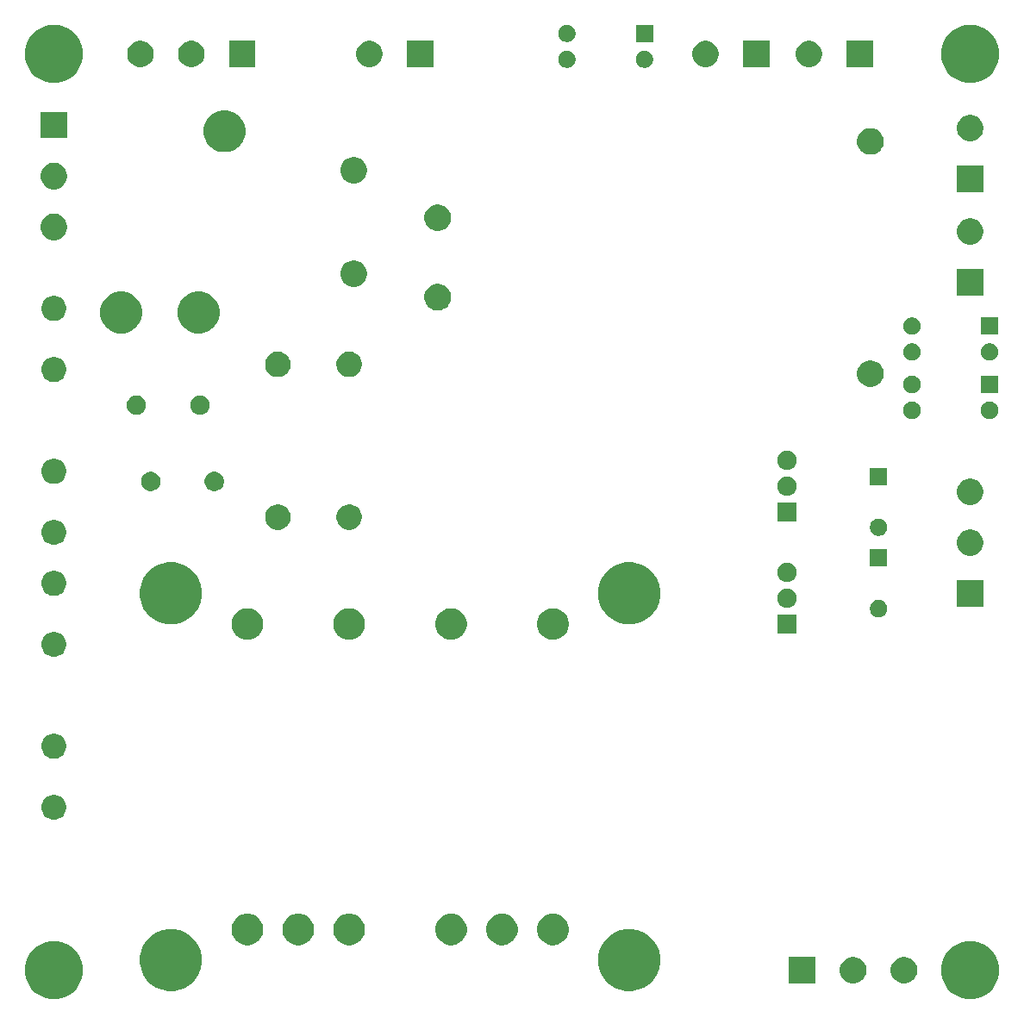
<source format=gbs>
G04 #@! TF.GenerationSoftware,KiCad,Pcbnew,5.1.5+dfsg1-2build2*
G04 #@! TF.CreationDate,2021-10-27T23:18:45+10:30*
G04 #@! TF.ProjectId,xover-psu,786f7665-722d-4707-9375-2e6b69636164,rev?*
G04 #@! TF.SameCoordinates,Original*
G04 #@! TF.FileFunction,Soldermask,Bot*
G04 #@! TF.FilePolarity,Negative*
%FSLAX46Y46*%
G04 Gerber Fmt 4.6, Leading zero omitted, Abs format (unit mm)*
G04 Created by KiCad (PCBNEW 5.1.5+dfsg1-2build2) date 2021-10-27 23:18:45*
%MOMM*%
%LPD*%
G04 APERTURE LIST*
%ADD10C,0.100000*%
G04 APERTURE END LIST*
D10*
G36*
X120831606Y-117258562D02*
G01*
X121350455Y-117473476D01*
X121817407Y-117785484D01*
X122214516Y-118182593D01*
X122526524Y-118649545D01*
X122741438Y-119168394D01*
X122851000Y-119719201D01*
X122851000Y-120280799D01*
X122741438Y-120831606D01*
X122526524Y-121350455D01*
X122214516Y-121817407D01*
X121817407Y-122214516D01*
X121350455Y-122526524D01*
X120831606Y-122741438D01*
X120280800Y-122851000D01*
X119719200Y-122851000D01*
X119168394Y-122741438D01*
X118649545Y-122526524D01*
X118182593Y-122214516D01*
X117785484Y-121817407D01*
X117473476Y-121350455D01*
X117258562Y-120831606D01*
X117149000Y-120280799D01*
X117149000Y-119719201D01*
X117258562Y-119168394D01*
X117473476Y-118649545D01*
X117785484Y-118182593D01*
X118182593Y-117785484D01*
X118649545Y-117473476D01*
X119168394Y-117258562D01*
X119719200Y-117149000D01*
X120280800Y-117149000D01*
X120831606Y-117258562D01*
G37*
G36*
X30831606Y-117258562D02*
G01*
X31350455Y-117473476D01*
X31817407Y-117785484D01*
X32214516Y-118182593D01*
X32526524Y-118649545D01*
X32741438Y-119168394D01*
X32851000Y-119719201D01*
X32851000Y-120280799D01*
X32741438Y-120831606D01*
X32526524Y-121350455D01*
X32214516Y-121817407D01*
X31817407Y-122214516D01*
X31350455Y-122526524D01*
X30831606Y-122741438D01*
X30280800Y-122851000D01*
X29719200Y-122851000D01*
X29168394Y-122741438D01*
X28649545Y-122526524D01*
X28182593Y-122214516D01*
X27785484Y-121817407D01*
X27473476Y-121350455D01*
X27258562Y-120831606D01*
X27149000Y-120280799D01*
X27149000Y-119719201D01*
X27258562Y-119168394D01*
X27473476Y-118649545D01*
X27785484Y-118182593D01*
X28182593Y-117785484D01*
X28649545Y-117473476D01*
X29168394Y-117258562D01*
X29719200Y-117149000D01*
X30280800Y-117149000D01*
X30831606Y-117258562D01*
G37*
G36*
X87389943Y-116066248D02*
G01*
X87945189Y-116296238D01*
X87945190Y-116296239D01*
X88444899Y-116630134D01*
X88869866Y-117055101D01*
X88869867Y-117055103D01*
X89203762Y-117554811D01*
X89433752Y-118110057D01*
X89551000Y-118699501D01*
X89551000Y-119300499D01*
X89433752Y-119889943D01*
X89203762Y-120445189D01*
X89203761Y-120445190D01*
X88869866Y-120944899D01*
X88444899Y-121369866D01*
X88193347Y-121537948D01*
X87945189Y-121703762D01*
X87389943Y-121933752D01*
X86800499Y-122051000D01*
X86199501Y-122051000D01*
X85610057Y-121933752D01*
X85054811Y-121703762D01*
X84806653Y-121537948D01*
X84555101Y-121369866D01*
X84130134Y-120944899D01*
X83796239Y-120445190D01*
X83796238Y-120445189D01*
X83566248Y-119889943D01*
X83449000Y-119300499D01*
X83449000Y-118699501D01*
X83566248Y-118110057D01*
X83796238Y-117554811D01*
X84130133Y-117055103D01*
X84130134Y-117055101D01*
X84555101Y-116630134D01*
X85054810Y-116296239D01*
X85054811Y-116296238D01*
X85610057Y-116066248D01*
X86199501Y-115949000D01*
X86800499Y-115949000D01*
X87389943Y-116066248D01*
G37*
G36*
X42389943Y-116066248D02*
G01*
X42945189Y-116296238D01*
X42945190Y-116296239D01*
X43444899Y-116630134D01*
X43869866Y-117055101D01*
X43869867Y-117055103D01*
X44203762Y-117554811D01*
X44433752Y-118110057D01*
X44551000Y-118699501D01*
X44551000Y-119300499D01*
X44433752Y-119889943D01*
X44203762Y-120445189D01*
X44203761Y-120445190D01*
X43869866Y-120944899D01*
X43444899Y-121369866D01*
X43193347Y-121537948D01*
X42945189Y-121703762D01*
X42389943Y-121933752D01*
X41800499Y-122051000D01*
X41199501Y-122051000D01*
X40610057Y-121933752D01*
X40054811Y-121703762D01*
X39806653Y-121537948D01*
X39555101Y-121369866D01*
X39130134Y-120944899D01*
X38796239Y-120445190D01*
X38796238Y-120445189D01*
X38566248Y-119889943D01*
X38449000Y-119300499D01*
X38449000Y-118699501D01*
X38566248Y-118110057D01*
X38796238Y-117554811D01*
X39130133Y-117055103D01*
X39130134Y-117055101D01*
X39555101Y-116630134D01*
X40054810Y-116296239D01*
X40054811Y-116296238D01*
X40610057Y-116066248D01*
X41199501Y-115949000D01*
X41800499Y-115949000D01*
X42389943Y-116066248D01*
G37*
G36*
X113879487Y-118748996D02*
G01*
X114116253Y-118847068D01*
X114116255Y-118847069D01*
X114329339Y-118989447D01*
X114510553Y-119170661D01*
X114597307Y-119300497D01*
X114652932Y-119383747D01*
X114751004Y-119620513D01*
X114801000Y-119871861D01*
X114801000Y-120128139D01*
X114751004Y-120379487D01*
X114652932Y-120616253D01*
X114652931Y-120616255D01*
X114510553Y-120829339D01*
X114329339Y-121010553D01*
X114116255Y-121152931D01*
X114116254Y-121152932D01*
X114116253Y-121152932D01*
X113879487Y-121251004D01*
X113628139Y-121301000D01*
X113371861Y-121301000D01*
X113120513Y-121251004D01*
X112883747Y-121152932D01*
X112883746Y-121152932D01*
X112883745Y-121152931D01*
X112670661Y-121010553D01*
X112489447Y-120829339D01*
X112347069Y-120616255D01*
X112347068Y-120616253D01*
X112248996Y-120379487D01*
X112199000Y-120128139D01*
X112199000Y-119871861D01*
X112248996Y-119620513D01*
X112347068Y-119383747D01*
X112402694Y-119300497D01*
X112489447Y-119170661D01*
X112670661Y-118989447D01*
X112883745Y-118847069D01*
X112883747Y-118847068D01*
X113120513Y-118748996D01*
X113371861Y-118699000D01*
X113628139Y-118699000D01*
X113879487Y-118748996D01*
G37*
G36*
X108879487Y-118748996D02*
G01*
X109116253Y-118847068D01*
X109116255Y-118847069D01*
X109329339Y-118989447D01*
X109510553Y-119170661D01*
X109597307Y-119300497D01*
X109652932Y-119383747D01*
X109751004Y-119620513D01*
X109801000Y-119871861D01*
X109801000Y-120128139D01*
X109751004Y-120379487D01*
X109652932Y-120616253D01*
X109652931Y-120616255D01*
X109510553Y-120829339D01*
X109329339Y-121010553D01*
X109116255Y-121152931D01*
X109116254Y-121152932D01*
X109116253Y-121152932D01*
X108879487Y-121251004D01*
X108628139Y-121301000D01*
X108371861Y-121301000D01*
X108120513Y-121251004D01*
X107883747Y-121152932D01*
X107883746Y-121152932D01*
X107883745Y-121152931D01*
X107670661Y-121010553D01*
X107489447Y-120829339D01*
X107347069Y-120616255D01*
X107347068Y-120616253D01*
X107248996Y-120379487D01*
X107199000Y-120128139D01*
X107199000Y-119871861D01*
X107248996Y-119620513D01*
X107347068Y-119383747D01*
X107402694Y-119300497D01*
X107489447Y-119170661D01*
X107670661Y-118989447D01*
X107883745Y-118847069D01*
X107883747Y-118847068D01*
X108120513Y-118748996D01*
X108371861Y-118699000D01*
X108628139Y-118699000D01*
X108879487Y-118748996D01*
G37*
G36*
X104801000Y-121301000D02*
G01*
X102199000Y-121301000D01*
X102199000Y-118699000D01*
X104801000Y-118699000D01*
X104801000Y-121301000D01*
G37*
G36*
X79353737Y-114490103D02*
G01*
X79453612Y-114509969D01*
X79570519Y-114558394D01*
X79735851Y-114626876D01*
X79989861Y-114796600D01*
X80205880Y-115012619D01*
X80375604Y-115266629D01*
X80492511Y-115548869D01*
X80552110Y-115848491D01*
X80552110Y-116153989D01*
X80492511Y-116453611D01*
X80375604Y-116735851D01*
X80205880Y-116989861D01*
X79989861Y-117205880D01*
X79735851Y-117375604D01*
X79570519Y-117444086D01*
X79453612Y-117492511D01*
X79353737Y-117512377D01*
X79153989Y-117552110D01*
X78848491Y-117552110D01*
X78648743Y-117512377D01*
X78548868Y-117492511D01*
X78431961Y-117444086D01*
X78266629Y-117375604D01*
X78012619Y-117205880D01*
X77796600Y-116989861D01*
X77626876Y-116735851D01*
X77509969Y-116453611D01*
X77450370Y-116153989D01*
X77450370Y-115848491D01*
X77509969Y-115548869D01*
X77626876Y-115266629D01*
X77796600Y-115012619D01*
X78012619Y-114796600D01*
X78266629Y-114626876D01*
X78431961Y-114558394D01*
X78548868Y-114509969D01*
X78648743Y-114490103D01*
X78848491Y-114450370D01*
X79153989Y-114450370D01*
X79353737Y-114490103D01*
G37*
G36*
X74352477Y-114490103D02*
G01*
X74452352Y-114509969D01*
X74569259Y-114558394D01*
X74734591Y-114626876D01*
X74988601Y-114796600D01*
X75204620Y-115012619D01*
X75374344Y-115266629D01*
X75491251Y-115548869D01*
X75550850Y-115848491D01*
X75550850Y-116153989D01*
X75491251Y-116453611D01*
X75374344Y-116735851D01*
X75204620Y-116989861D01*
X74988601Y-117205880D01*
X74734591Y-117375604D01*
X74569259Y-117444086D01*
X74452352Y-117492511D01*
X74352477Y-117512377D01*
X74152729Y-117552110D01*
X73847231Y-117552110D01*
X73647483Y-117512377D01*
X73547608Y-117492511D01*
X73430701Y-117444086D01*
X73265369Y-117375604D01*
X73011359Y-117205880D01*
X72795340Y-116989861D01*
X72625616Y-116735851D01*
X72508709Y-116453611D01*
X72449110Y-116153989D01*
X72449110Y-115848491D01*
X72508709Y-115548869D01*
X72625616Y-115266629D01*
X72795340Y-115012619D01*
X73011359Y-114796600D01*
X73265369Y-114626876D01*
X73430701Y-114558394D01*
X73547608Y-114509969D01*
X73647483Y-114490103D01*
X73847231Y-114450370D01*
X74152729Y-114450370D01*
X74352477Y-114490103D01*
G37*
G36*
X69353757Y-114490103D02*
G01*
X69453632Y-114509969D01*
X69570539Y-114558394D01*
X69735871Y-114626876D01*
X69989881Y-114796600D01*
X70205900Y-115012619D01*
X70375624Y-115266629D01*
X70492531Y-115548869D01*
X70552130Y-115848491D01*
X70552130Y-116153989D01*
X70492531Y-116453611D01*
X70375624Y-116735851D01*
X70205900Y-116989861D01*
X69989881Y-117205880D01*
X69735871Y-117375604D01*
X69570539Y-117444086D01*
X69453632Y-117492511D01*
X69353757Y-117512377D01*
X69154009Y-117552110D01*
X68848511Y-117552110D01*
X68648763Y-117512377D01*
X68548888Y-117492511D01*
X68431981Y-117444086D01*
X68266649Y-117375604D01*
X68012639Y-117205880D01*
X67796620Y-116989861D01*
X67626896Y-116735851D01*
X67509989Y-116453611D01*
X67450390Y-116153989D01*
X67450390Y-115848491D01*
X67509989Y-115548869D01*
X67626896Y-115266629D01*
X67796620Y-115012619D01*
X68012639Y-114796600D01*
X68266649Y-114626876D01*
X68431981Y-114558394D01*
X68548888Y-114509969D01*
X68648763Y-114490103D01*
X68848511Y-114450370D01*
X69154009Y-114450370D01*
X69353757Y-114490103D01*
G37*
G36*
X59351237Y-114490103D02*
G01*
X59451112Y-114509969D01*
X59568019Y-114558394D01*
X59733351Y-114626876D01*
X59987361Y-114796600D01*
X60203380Y-115012619D01*
X60373104Y-115266629D01*
X60490011Y-115548869D01*
X60549610Y-115848491D01*
X60549610Y-116153989D01*
X60490011Y-116453611D01*
X60373104Y-116735851D01*
X60203380Y-116989861D01*
X59987361Y-117205880D01*
X59733351Y-117375604D01*
X59568019Y-117444086D01*
X59451112Y-117492511D01*
X59351237Y-117512377D01*
X59151489Y-117552110D01*
X58845991Y-117552110D01*
X58646243Y-117512377D01*
X58546368Y-117492511D01*
X58429461Y-117444086D01*
X58264129Y-117375604D01*
X58010119Y-117205880D01*
X57794100Y-116989861D01*
X57624376Y-116735851D01*
X57507469Y-116453611D01*
X57447870Y-116153989D01*
X57447870Y-115848491D01*
X57507469Y-115548869D01*
X57624376Y-115266629D01*
X57794100Y-115012619D01*
X58010119Y-114796600D01*
X58264129Y-114626876D01*
X58429461Y-114558394D01*
X58546368Y-114509969D01*
X58646243Y-114490103D01*
X58845991Y-114450370D01*
X59151489Y-114450370D01*
X59351237Y-114490103D01*
G37*
G36*
X54352517Y-114490103D02*
G01*
X54452392Y-114509969D01*
X54569299Y-114558394D01*
X54734631Y-114626876D01*
X54988641Y-114796600D01*
X55204660Y-115012619D01*
X55374384Y-115266629D01*
X55491291Y-115548869D01*
X55550890Y-115848491D01*
X55550890Y-116153989D01*
X55491291Y-116453611D01*
X55374384Y-116735851D01*
X55204660Y-116989861D01*
X54988641Y-117205880D01*
X54734631Y-117375604D01*
X54569299Y-117444086D01*
X54452392Y-117492511D01*
X54352517Y-117512377D01*
X54152769Y-117552110D01*
X53847271Y-117552110D01*
X53647523Y-117512377D01*
X53547648Y-117492511D01*
X53430741Y-117444086D01*
X53265409Y-117375604D01*
X53011399Y-117205880D01*
X52795380Y-116989861D01*
X52625656Y-116735851D01*
X52508749Y-116453611D01*
X52449150Y-116153989D01*
X52449150Y-115848491D01*
X52508749Y-115548869D01*
X52625656Y-115266629D01*
X52795380Y-115012619D01*
X53011399Y-114796600D01*
X53265409Y-114626876D01*
X53430741Y-114558394D01*
X53547648Y-114509969D01*
X53647523Y-114490103D01*
X53847271Y-114450370D01*
X54152769Y-114450370D01*
X54352517Y-114490103D01*
G37*
G36*
X49351257Y-114490103D02*
G01*
X49451132Y-114509969D01*
X49568039Y-114558394D01*
X49733371Y-114626876D01*
X49987381Y-114796600D01*
X50203400Y-115012619D01*
X50373124Y-115266629D01*
X50490031Y-115548869D01*
X50549630Y-115848491D01*
X50549630Y-116153989D01*
X50490031Y-116453611D01*
X50373124Y-116735851D01*
X50203400Y-116989861D01*
X49987381Y-117205880D01*
X49733371Y-117375604D01*
X49568039Y-117444086D01*
X49451132Y-117492511D01*
X49351257Y-117512377D01*
X49151509Y-117552110D01*
X48846011Y-117552110D01*
X48646263Y-117512377D01*
X48546388Y-117492511D01*
X48429481Y-117444086D01*
X48264149Y-117375604D01*
X48010139Y-117205880D01*
X47794120Y-116989861D01*
X47624396Y-116735851D01*
X47507489Y-116453611D01*
X47447890Y-116153989D01*
X47447890Y-115848491D01*
X47507489Y-115548869D01*
X47624396Y-115266629D01*
X47794120Y-115012619D01*
X48010139Y-114796600D01*
X48264149Y-114626876D01*
X48429481Y-114558394D01*
X48546388Y-114509969D01*
X48646263Y-114490103D01*
X48846011Y-114450370D01*
X49151509Y-114450370D01*
X49351257Y-114490103D01*
G37*
G36*
X30357610Y-102821114D02*
G01*
X30580727Y-102913532D01*
X30580729Y-102913533D01*
X30631269Y-102947303D01*
X30781529Y-103047703D01*
X30952297Y-103218471D01*
X31086468Y-103419273D01*
X31178886Y-103642390D01*
X31226000Y-103879248D01*
X31226000Y-104120752D01*
X31178886Y-104357610D01*
X31086468Y-104580727D01*
X30952297Y-104781529D01*
X30781529Y-104952297D01*
X30631269Y-105052697D01*
X30580729Y-105086467D01*
X30580728Y-105086468D01*
X30580727Y-105086468D01*
X30357610Y-105178886D01*
X30120752Y-105226000D01*
X29879248Y-105226000D01*
X29642390Y-105178886D01*
X29419273Y-105086468D01*
X29419272Y-105086468D01*
X29419271Y-105086467D01*
X29368731Y-105052697D01*
X29218471Y-104952297D01*
X29047703Y-104781529D01*
X28913532Y-104580727D01*
X28821114Y-104357610D01*
X28774000Y-104120752D01*
X28774000Y-103879248D01*
X28821114Y-103642390D01*
X28913532Y-103419273D01*
X29047703Y-103218471D01*
X29218471Y-103047703D01*
X29368731Y-102947303D01*
X29419271Y-102913533D01*
X29419273Y-102913532D01*
X29642390Y-102821114D01*
X29879248Y-102774000D01*
X30120752Y-102774000D01*
X30357610Y-102821114D01*
G37*
G36*
X30357610Y-96821114D02*
G01*
X30580727Y-96913532D01*
X30580729Y-96913533D01*
X30631269Y-96947303D01*
X30781529Y-97047703D01*
X30952297Y-97218471D01*
X31086468Y-97419273D01*
X31178886Y-97642390D01*
X31226000Y-97879248D01*
X31226000Y-98120752D01*
X31178886Y-98357610D01*
X31086468Y-98580727D01*
X30952297Y-98781529D01*
X30781529Y-98952297D01*
X30631269Y-99052697D01*
X30580729Y-99086467D01*
X30580728Y-99086468D01*
X30580727Y-99086468D01*
X30357610Y-99178886D01*
X30120752Y-99226000D01*
X29879248Y-99226000D01*
X29642390Y-99178886D01*
X29419273Y-99086468D01*
X29419272Y-99086468D01*
X29419271Y-99086467D01*
X29368731Y-99052697D01*
X29218471Y-98952297D01*
X29047703Y-98781529D01*
X28913532Y-98580727D01*
X28821114Y-98357610D01*
X28774000Y-98120752D01*
X28774000Y-97879248D01*
X28821114Y-97642390D01*
X28913532Y-97419273D01*
X29047703Y-97218471D01*
X29218471Y-97047703D01*
X29368731Y-96947303D01*
X29419271Y-96913533D01*
X29419273Y-96913532D01*
X29642390Y-96821114D01*
X29879248Y-96774000D01*
X30120752Y-96774000D01*
X30357610Y-96821114D01*
G37*
G36*
X30357610Y-86821114D02*
G01*
X30580727Y-86913532D01*
X30580729Y-86913533D01*
X30631269Y-86947303D01*
X30781529Y-87047703D01*
X30952297Y-87218471D01*
X31086468Y-87419273D01*
X31178886Y-87642390D01*
X31226000Y-87879248D01*
X31226000Y-88120752D01*
X31178886Y-88357610D01*
X31086468Y-88580727D01*
X30952297Y-88781529D01*
X30781529Y-88952297D01*
X30631269Y-89052697D01*
X30580729Y-89086467D01*
X30580728Y-89086468D01*
X30580727Y-89086468D01*
X30357610Y-89178886D01*
X30120752Y-89226000D01*
X29879248Y-89226000D01*
X29642390Y-89178886D01*
X29419273Y-89086468D01*
X29419272Y-89086468D01*
X29419271Y-89086467D01*
X29368731Y-89052697D01*
X29218471Y-88952297D01*
X29047703Y-88781529D01*
X28913532Y-88580727D01*
X28821114Y-88357610D01*
X28774000Y-88120752D01*
X28774000Y-87879248D01*
X28821114Y-87642390D01*
X28913532Y-87419273D01*
X29047703Y-87218471D01*
X29218471Y-87047703D01*
X29368731Y-86947303D01*
X29419271Y-86913533D01*
X29419273Y-86913532D01*
X29642390Y-86821114D01*
X29879248Y-86774000D01*
X30120752Y-86774000D01*
X30357610Y-86821114D01*
G37*
G36*
X79353737Y-84487623D02*
G01*
X79453612Y-84507489D01*
X79570519Y-84555914D01*
X79735851Y-84624396D01*
X79989861Y-84794120D01*
X80205880Y-85010139D01*
X80375604Y-85264149D01*
X80492511Y-85546389D01*
X80552110Y-85846011D01*
X80552110Y-86151509D01*
X80492511Y-86451131D01*
X80375604Y-86733371D01*
X80205880Y-86987381D01*
X79989861Y-87203400D01*
X79735851Y-87373124D01*
X79570519Y-87441606D01*
X79453612Y-87490031D01*
X79353737Y-87509897D01*
X79153989Y-87549630D01*
X78848491Y-87549630D01*
X78648743Y-87509897D01*
X78548868Y-87490031D01*
X78431961Y-87441606D01*
X78266629Y-87373124D01*
X78012619Y-87203400D01*
X77796600Y-86987381D01*
X77626876Y-86733371D01*
X77509969Y-86451131D01*
X77450370Y-86151509D01*
X77450370Y-85846011D01*
X77509969Y-85546389D01*
X77626876Y-85264149D01*
X77796600Y-85010139D01*
X78012619Y-84794120D01*
X78266629Y-84624396D01*
X78431961Y-84555914D01*
X78548868Y-84507489D01*
X78648743Y-84487623D01*
X78848491Y-84447890D01*
X79153989Y-84447890D01*
X79353737Y-84487623D01*
G37*
G36*
X69353757Y-84487623D02*
G01*
X69453632Y-84507489D01*
X69570539Y-84555914D01*
X69735871Y-84624396D01*
X69989881Y-84794120D01*
X70205900Y-85010139D01*
X70375624Y-85264149D01*
X70492531Y-85546389D01*
X70552130Y-85846011D01*
X70552130Y-86151509D01*
X70492531Y-86451131D01*
X70375624Y-86733371D01*
X70205900Y-86987381D01*
X69989881Y-87203400D01*
X69735871Y-87373124D01*
X69570539Y-87441606D01*
X69453632Y-87490031D01*
X69353757Y-87509897D01*
X69154009Y-87549630D01*
X68848511Y-87549630D01*
X68648763Y-87509897D01*
X68548888Y-87490031D01*
X68431981Y-87441606D01*
X68266649Y-87373124D01*
X68012639Y-87203400D01*
X67796620Y-86987381D01*
X67626896Y-86733371D01*
X67509989Y-86451131D01*
X67450390Y-86151509D01*
X67450390Y-85846011D01*
X67509989Y-85546389D01*
X67626896Y-85264149D01*
X67796620Y-85010139D01*
X68012639Y-84794120D01*
X68266649Y-84624396D01*
X68431981Y-84555914D01*
X68548888Y-84507489D01*
X68648763Y-84487623D01*
X68848511Y-84447890D01*
X69154009Y-84447890D01*
X69353757Y-84487623D01*
G37*
G36*
X59351237Y-84487623D02*
G01*
X59451112Y-84507489D01*
X59568019Y-84555914D01*
X59733351Y-84624396D01*
X59987361Y-84794120D01*
X60203380Y-85010139D01*
X60373104Y-85264149D01*
X60490011Y-85546389D01*
X60549610Y-85846011D01*
X60549610Y-86151509D01*
X60490011Y-86451131D01*
X60373104Y-86733371D01*
X60203380Y-86987381D01*
X59987361Y-87203400D01*
X59733351Y-87373124D01*
X59568019Y-87441606D01*
X59451112Y-87490031D01*
X59351237Y-87509897D01*
X59151489Y-87549630D01*
X58845991Y-87549630D01*
X58646243Y-87509897D01*
X58546368Y-87490031D01*
X58429461Y-87441606D01*
X58264129Y-87373124D01*
X58010119Y-87203400D01*
X57794100Y-86987381D01*
X57624376Y-86733371D01*
X57507469Y-86451131D01*
X57447870Y-86151509D01*
X57447870Y-85846011D01*
X57507469Y-85546389D01*
X57624376Y-85264149D01*
X57794100Y-85010139D01*
X58010119Y-84794120D01*
X58264129Y-84624396D01*
X58429461Y-84555914D01*
X58546368Y-84507489D01*
X58646243Y-84487623D01*
X58845991Y-84447890D01*
X59151489Y-84447890D01*
X59351237Y-84487623D01*
G37*
G36*
X49351257Y-84487623D02*
G01*
X49451132Y-84507489D01*
X49568039Y-84555914D01*
X49733371Y-84624396D01*
X49987381Y-84794120D01*
X50203400Y-85010139D01*
X50373124Y-85264149D01*
X50490031Y-85546389D01*
X50549630Y-85846011D01*
X50549630Y-86151509D01*
X50490031Y-86451131D01*
X50373124Y-86733371D01*
X50203400Y-86987381D01*
X49987381Y-87203400D01*
X49733371Y-87373124D01*
X49568039Y-87441606D01*
X49451132Y-87490031D01*
X49351257Y-87509897D01*
X49151509Y-87549630D01*
X48846011Y-87549630D01*
X48646263Y-87509897D01*
X48546388Y-87490031D01*
X48429481Y-87441606D01*
X48264149Y-87373124D01*
X48010139Y-87203400D01*
X47794120Y-86987381D01*
X47624396Y-86733371D01*
X47507489Y-86451131D01*
X47447890Y-86151509D01*
X47447890Y-85846011D01*
X47507489Y-85546389D01*
X47624396Y-85264149D01*
X47794120Y-85010139D01*
X48010139Y-84794120D01*
X48264149Y-84624396D01*
X48429481Y-84555914D01*
X48546388Y-84507489D01*
X48646263Y-84487623D01*
X48846011Y-84447890D01*
X49151509Y-84447890D01*
X49351257Y-84487623D01*
G37*
G36*
X102951000Y-86951000D02*
G01*
X101049000Y-86951000D01*
X101049000Y-85049000D01*
X102951000Y-85049000D01*
X102951000Y-86951000D01*
G37*
G36*
X87389943Y-80066248D02*
G01*
X87945189Y-80296238D01*
X88027146Y-80351000D01*
X88444899Y-80630134D01*
X88869866Y-81055101D01*
X88979026Y-81218471D01*
X89203762Y-81554811D01*
X89433752Y-82110057D01*
X89551000Y-82699501D01*
X89551000Y-83300499D01*
X89433752Y-83889943D01*
X89203762Y-84445189D01*
X89203761Y-84445190D01*
X88869866Y-84944899D01*
X88444899Y-85369866D01*
X88193347Y-85537948D01*
X87945189Y-85703762D01*
X87389943Y-85933752D01*
X86800499Y-86051000D01*
X86199501Y-86051000D01*
X85610057Y-85933752D01*
X85054811Y-85703762D01*
X84806653Y-85537948D01*
X84555101Y-85369866D01*
X84130134Y-84944899D01*
X83796239Y-84445190D01*
X83796238Y-84445189D01*
X83566248Y-83889943D01*
X83449000Y-83300499D01*
X83449000Y-82699501D01*
X83566248Y-82110057D01*
X83796238Y-81554811D01*
X84020974Y-81218471D01*
X84130134Y-81055101D01*
X84555101Y-80630134D01*
X84972854Y-80351000D01*
X85054811Y-80296238D01*
X85610057Y-80066248D01*
X86199501Y-79949000D01*
X86800499Y-79949000D01*
X87389943Y-80066248D01*
G37*
G36*
X42389943Y-80066248D02*
G01*
X42945189Y-80296238D01*
X43027146Y-80351000D01*
X43444899Y-80630134D01*
X43869866Y-81055101D01*
X43979026Y-81218471D01*
X44203762Y-81554811D01*
X44433752Y-82110057D01*
X44551000Y-82699501D01*
X44551000Y-83300499D01*
X44433752Y-83889943D01*
X44203762Y-84445189D01*
X44203761Y-84445190D01*
X43869866Y-84944899D01*
X43444899Y-85369866D01*
X43193347Y-85537948D01*
X42945189Y-85703762D01*
X42389943Y-85933752D01*
X41800499Y-86051000D01*
X41199501Y-86051000D01*
X40610057Y-85933752D01*
X40054811Y-85703762D01*
X39806653Y-85537948D01*
X39555101Y-85369866D01*
X39130134Y-84944899D01*
X38796239Y-84445190D01*
X38796238Y-84445189D01*
X38566248Y-83889943D01*
X38449000Y-83300499D01*
X38449000Y-82699501D01*
X38566248Y-82110057D01*
X38796238Y-81554811D01*
X39020974Y-81218471D01*
X39130134Y-81055101D01*
X39555101Y-80630134D01*
X39972854Y-80351000D01*
X40054811Y-80296238D01*
X40610057Y-80066248D01*
X41199501Y-79949000D01*
X41800499Y-79949000D01*
X42389943Y-80066248D01*
G37*
G36*
X111248228Y-83681703D02*
G01*
X111403100Y-83745853D01*
X111542481Y-83838985D01*
X111661015Y-83957519D01*
X111754147Y-84096900D01*
X111818297Y-84251772D01*
X111851000Y-84416184D01*
X111851000Y-84583816D01*
X111818297Y-84748228D01*
X111754147Y-84903100D01*
X111661015Y-85042481D01*
X111542481Y-85161015D01*
X111403100Y-85254147D01*
X111248228Y-85318297D01*
X111083816Y-85351000D01*
X110916184Y-85351000D01*
X110751772Y-85318297D01*
X110596900Y-85254147D01*
X110457519Y-85161015D01*
X110338985Y-85042481D01*
X110245853Y-84903100D01*
X110181703Y-84748228D01*
X110149000Y-84583816D01*
X110149000Y-84416184D01*
X110181703Y-84251772D01*
X110245853Y-84096900D01*
X110338985Y-83957519D01*
X110457519Y-83838985D01*
X110596900Y-83745853D01*
X110751772Y-83681703D01*
X110916184Y-83649000D01*
X111083816Y-83649000D01*
X111248228Y-83681703D01*
G37*
G36*
X102277395Y-82545546D02*
G01*
X102450466Y-82617234D01*
X102450467Y-82617235D01*
X102606227Y-82721310D01*
X102738690Y-82853773D01*
X102738691Y-82853775D01*
X102842766Y-83009534D01*
X102914454Y-83182605D01*
X102951000Y-83366333D01*
X102951000Y-83553667D01*
X102914454Y-83737395D01*
X102842766Y-83910466D01*
X102842765Y-83910467D01*
X102738690Y-84066227D01*
X102606227Y-84198690D01*
X102527818Y-84251081D01*
X102450466Y-84302766D01*
X102277395Y-84374454D01*
X102093667Y-84411000D01*
X101906333Y-84411000D01*
X101722605Y-84374454D01*
X101549534Y-84302766D01*
X101472182Y-84251081D01*
X101393773Y-84198690D01*
X101261310Y-84066227D01*
X101157235Y-83910467D01*
X101157234Y-83910466D01*
X101085546Y-83737395D01*
X101049000Y-83553667D01*
X101049000Y-83366333D01*
X101085546Y-83182605D01*
X101157234Y-83009534D01*
X101261309Y-82853775D01*
X101261310Y-82853773D01*
X101393773Y-82721310D01*
X101549533Y-82617235D01*
X101549534Y-82617234D01*
X101722605Y-82545546D01*
X101906333Y-82509000D01*
X102093667Y-82509000D01*
X102277395Y-82545546D01*
G37*
G36*
X121301000Y-84301000D02*
G01*
X118699000Y-84301000D01*
X118699000Y-81699000D01*
X121301000Y-81699000D01*
X121301000Y-84301000D01*
G37*
G36*
X30357610Y-80821114D02*
G01*
X30580727Y-80913532D01*
X30580729Y-80913533D01*
X30631269Y-80947303D01*
X30781529Y-81047703D01*
X30952297Y-81218471D01*
X31086468Y-81419273D01*
X31178886Y-81642390D01*
X31226000Y-81879248D01*
X31226000Y-82120752D01*
X31178886Y-82357610D01*
X31086468Y-82580727D01*
X30952297Y-82781529D01*
X30781529Y-82952297D01*
X30695867Y-83009534D01*
X30580729Y-83086467D01*
X30580728Y-83086468D01*
X30580727Y-83086468D01*
X30357610Y-83178886D01*
X30120752Y-83226000D01*
X29879248Y-83226000D01*
X29642390Y-83178886D01*
X29419273Y-83086468D01*
X29419272Y-83086468D01*
X29419271Y-83086467D01*
X29304133Y-83009534D01*
X29218471Y-82952297D01*
X29047703Y-82781529D01*
X28913532Y-82580727D01*
X28821114Y-82357610D01*
X28774000Y-82120752D01*
X28774000Y-81879248D01*
X28821114Y-81642390D01*
X28913532Y-81419273D01*
X29047703Y-81218471D01*
X29218471Y-81047703D01*
X29368731Y-80947303D01*
X29419271Y-80913533D01*
X29419273Y-80913532D01*
X29642390Y-80821114D01*
X29879248Y-80774000D01*
X30120752Y-80774000D01*
X30357610Y-80821114D01*
G37*
G36*
X102277395Y-80005546D02*
G01*
X102450466Y-80077234D01*
X102450467Y-80077235D01*
X102606227Y-80181310D01*
X102738690Y-80313773D01*
X102738691Y-80313775D01*
X102842766Y-80469534D01*
X102914454Y-80642605D01*
X102951000Y-80826333D01*
X102951000Y-81013667D01*
X102914454Y-81197395D01*
X102842766Y-81370466D01*
X102842765Y-81370467D01*
X102738690Y-81526227D01*
X102606227Y-81658690D01*
X102527818Y-81711081D01*
X102450466Y-81762766D01*
X102277395Y-81834454D01*
X102093667Y-81871000D01*
X101906333Y-81871000D01*
X101722605Y-81834454D01*
X101549534Y-81762766D01*
X101472182Y-81711081D01*
X101393773Y-81658690D01*
X101261310Y-81526227D01*
X101157235Y-81370467D01*
X101157234Y-81370466D01*
X101085546Y-81197395D01*
X101049000Y-81013667D01*
X101049000Y-80826333D01*
X101085546Y-80642605D01*
X101157234Y-80469534D01*
X101261309Y-80313775D01*
X101261310Y-80313773D01*
X101393773Y-80181310D01*
X101549533Y-80077235D01*
X101549534Y-80077234D01*
X101722605Y-80005546D01*
X101906333Y-79969000D01*
X102093667Y-79969000D01*
X102277395Y-80005546D01*
G37*
G36*
X111851000Y-80351000D02*
G01*
X110149000Y-80351000D01*
X110149000Y-78649000D01*
X111851000Y-78649000D01*
X111851000Y-80351000D01*
G37*
G36*
X120379487Y-76748996D02*
G01*
X120616253Y-76847068D01*
X120616255Y-76847069D01*
X120829339Y-76989447D01*
X121010553Y-77170661D01*
X121131052Y-77351000D01*
X121152932Y-77383747D01*
X121251004Y-77620513D01*
X121301000Y-77871861D01*
X121301000Y-78128139D01*
X121251004Y-78379487D01*
X121152932Y-78616253D01*
X121152931Y-78616255D01*
X121010553Y-78829339D01*
X120829339Y-79010553D01*
X120616255Y-79152931D01*
X120616254Y-79152932D01*
X120616253Y-79152932D01*
X120379487Y-79251004D01*
X120128139Y-79301000D01*
X119871861Y-79301000D01*
X119620513Y-79251004D01*
X119383747Y-79152932D01*
X119383746Y-79152932D01*
X119383745Y-79152931D01*
X119170661Y-79010553D01*
X118989447Y-78829339D01*
X118847069Y-78616255D01*
X118847068Y-78616253D01*
X118748996Y-78379487D01*
X118699000Y-78128139D01*
X118699000Y-77871861D01*
X118748996Y-77620513D01*
X118847068Y-77383747D01*
X118868949Y-77351000D01*
X118989447Y-77170661D01*
X119170661Y-76989447D01*
X119383745Y-76847069D01*
X119383747Y-76847068D01*
X119620513Y-76748996D01*
X119871861Y-76699000D01*
X120128139Y-76699000D01*
X120379487Y-76748996D01*
G37*
G36*
X30357610Y-75821114D02*
G01*
X30580727Y-75913532D01*
X30580729Y-75913533D01*
X30631269Y-75947303D01*
X30781529Y-76047703D01*
X30952297Y-76218471D01*
X31086468Y-76419273D01*
X31178886Y-76642390D01*
X31226000Y-76879248D01*
X31226000Y-77120752D01*
X31178886Y-77357610D01*
X31086468Y-77580727D01*
X30952297Y-77781529D01*
X30781529Y-77952297D01*
X30631269Y-78052697D01*
X30580729Y-78086467D01*
X30580728Y-78086468D01*
X30580727Y-78086468D01*
X30357610Y-78178886D01*
X30120752Y-78226000D01*
X29879248Y-78226000D01*
X29642390Y-78178886D01*
X29419273Y-78086468D01*
X29419272Y-78086468D01*
X29419271Y-78086467D01*
X29368731Y-78052697D01*
X29218471Y-77952297D01*
X29047703Y-77781529D01*
X28913532Y-77580727D01*
X28821114Y-77357610D01*
X28774000Y-77120752D01*
X28774000Y-76879248D01*
X28821114Y-76642390D01*
X28913532Y-76419273D01*
X29047703Y-76218471D01*
X29218471Y-76047703D01*
X29368731Y-75947303D01*
X29419271Y-75913533D01*
X29419273Y-75913532D01*
X29642390Y-75821114D01*
X29879248Y-75774000D01*
X30120752Y-75774000D01*
X30357610Y-75821114D01*
G37*
G36*
X111248228Y-75681703D02*
G01*
X111403100Y-75745853D01*
X111542481Y-75838985D01*
X111661015Y-75957519D01*
X111754147Y-76096900D01*
X111818297Y-76251772D01*
X111851000Y-76416184D01*
X111851000Y-76583816D01*
X111818297Y-76748228D01*
X111754147Y-76903100D01*
X111661015Y-77042481D01*
X111542481Y-77161015D01*
X111403100Y-77254147D01*
X111248228Y-77318297D01*
X111083816Y-77351000D01*
X110916184Y-77351000D01*
X110751772Y-77318297D01*
X110596900Y-77254147D01*
X110457519Y-77161015D01*
X110338985Y-77042481D01*
X110245853Y-76903100D01*
X110181703Y-76748228D01*
X110149000Y-76583816D01*
X110149000Y-76416184D01*
X110181703Y-76251772D01*
X110245853Y-76096900D01*
X110338985Y-75957519D01*
X110457519Y-75838985D01*
X110596900Y-75745853D01*
X110751772Y-75681703D01*
X110916184Y-75649000D01*
X111083816Y-75649000D01*
X111248228Y-75681703D01*
G37*
G36*
X59364903Y-74297075D02*
G01*
X59592571Y-74391378D01*
X59797466Y-74528285D01*
X59971715Y-74702534D01*
X59971716Y-74702536D01*
X60108623Y-74907431D01*
X60202925Y-75135097D01*
X60251000Y-75376786D01*
X60251000Y-75623214D01*
X60202925Y-75864903D01*
X60127207Y-76047704D01*
X60108622Y-76092571D01*
X59971715Y-76297466D01*
X59797466Y-76471715D01*
X59592571Y-76608622D01*
X59592570Y-76608623D01*
X59592569Y-76608623D01*
X59364903Y-76702925D01*
X59123214Y-76751000D01*
X58876786Y-76751000D01*
X58635097Y-76702925D01*
X58407431Y-76608623D01*
X58407430Y-76608623D01*
X58407429Y-76608622D01*
X58202534Y-76471715D01*
X58028285Y-76297466D01*
X57891378Y-76092571D01*
X57872794Y-76047704D01*
X57797075Y-75864903D01*
X57749000Y-75623214D01*
X57749000Y-75376786D01*
X57797075Y-75135097D01*
X57891377Y-74907431D01*
X58028284Y-74702536D01*
X58028285Y-74702534D01*
X58202534Y-74528285D01*
X58407429Y-74391378D01*
X58635097Y-74297075D01*
X58876786Y-74249000D01*
X59123214Y-74249000D01*
X59364903Y-74297075D01*
G37*
G36*
X52364903Y-74297075D02*
G01*
X52592571Y-74391378D01*
X52797466Y-74528285D01*
X52971715Y-74702534D01*
X52971716Y-74702536D01*
X53108623Y-74907431D01*
X53202925Y-75135097D01*
X53251000Y-75376786D01*
X53251000Y-75623214D01*
X53202925Y-75864903D01*
X53127207Y-76047704D01*
X53108622Y-76092571D01*
X52971715Y-76297466D01*
X52797466Y-76471715D01*
X52592571Y-76608622D01*
X52592570Y-76608623D01*
X52592569Y-76608623D01*
X52364903Y-76702925D01*
X52123214Y-76751000D01*
X51876786Y-76751000D01*
X51635097Y-76702925D01*
X51407431Y-76608623D01*
X51407430Y-76608623D01*
X51407429Y-76608622D01*
X51202534Y-76471715D01*
X51028285Y-76297466D01*
X50891378Y-76092571D01*
X50872794Y-76047704D01*
X50797075Y-75864903D01*
X50749000Y-75623214D01*
X50749000Y-75376786D01*
X50797075Y-75135097D01*
X50891377Y-74907431D01*
X51028284Y-74702536D01*
X51028285Y-74702534D01*
X51202534Y-74528285D01*
X51407429Y-74391378D01*
X51635097Y-74297075D01*
X51876786Y-74249000D01*
X52123214Y-74249000D01*
X52364903Y-74297075D01*
G37*
G36*
X102951000Y-75951000D02*
G01*
X101049000Y-75951000D01*
X101049000Y-74049000D01*
X102951000Y-74049000D01*
X102951000Y-75951000D01*
G37*
G36*
X120379487Y-71748996D02*
G01*
X120616253Y-71847068D01*
X120616255Y-71847069D01*
X120829339Y-71989447D01*
X121010553Y-72170661D01*
X121141297Y-72366333D01*
X121152932Y-72383747D01*
X121251004Y-72620513D01*
X121301000Y-72871861D01*
X121301000Y-73128139D01*
X121251004Y-73379487D01*
X121152932Y-73616253D01*
X121152931Y-73616255D01*
X121010553Y-73829339D01*
X120829339Y-74010553D01*
X120616255Y-74152931D01*
X120616254Y-74152932D01*
X120616253Y-74152932D01*
X120379487Y-74251004D01*
X120128139Y-74301000D01*
X119871861Y-74301000D01*
X119620513Y-74251004D01*
X119383747Y-74152932D01*
X119383746Y-74152932D01*
X119383745Y-74152931D01*
X119170661Y-74010553D01*
X118989447Y-73829339D01*
X118847069Y-73616255D01*
X118847068Y-73616253D01*
X118748996Y-73379487D01*
X118699000Y-73128139D01*
X118699000Y-72871861D01*
X118748996Y-72620513D01*
X118847068Y-72383747D01*
X118858704Y-72366333D01*
X118989447Y-72170661D01*
X119170661Y-71989447D01*
X119383745Y-71847069D01*
X119383747Y-71847068D01*
X119620513Y-71748996D01*
X119871861Y-71699000D01*
X120128139Y-71699000D01*
X120379487Y-71748996D01*
G37*
G36*
X102277395Y-71545546D02*
G01*
X102450466Y-71617234D01*
X102450467Y-71617235D01*
X102606227Y-71721310D01*
X102738690Y-71853773D01*
X102738691Y-71853775D01*
X102842766Y-72009534D01*
X102914454Y-72182605D01*
X102951000Y-72366333D01*
X102951000Y-72553667D01*
X102914454Y-72737395D01*
X102842766Y-72910466D01*
X102842765Y-72910467D01*
X102738690Y-73066227D01*
X102606227Y-73198690D01*
X102527818Y-73251081D01*
X102450466Y-73302766D01*
X102277395Y-73374454D01*
X102093667Y-73411000D01*
X101906333Y-73411000D01*
X101722605Y-73374454D01*
X101549534Y-73302766D01*
X101472182Y-73251081D01*
X101393773Y-73198690D01*
X101261310Y-73066227D01*
X101157235Y-72910467D01*
X101157234Y-72910466D01*
X101085546Y-72737395D01*
X101049000Y-72553667D01*
X101049000Y-72366333D01*
X101085546Y-72182605D01*
X101157234Y-72009534D01*
X101261309Y-71853775D01*
X101261310Y-71853773D01*
X101393773Y-71721310D01*
X101549533Y-71617235D01*
X101549534Y-71617234D01*
X101722605Y-71545546D01*
X101906333Y-71509000D01*
X102093667Y-71509000D01*
X102277395Y-71545546D01*
G37*
G36*
X39777395Y-71085546D02*
G01*
X39950466Y-71157234D01*
X39950467Y-71157235D01*
X40106227Y-71261310D01*
X40238690Y-71393773D01*
X40238691Y-71393775D01*
X40342766Y-71549534D01*
X40414454Y-71722605D01*
X40451000Y-71906333D01*
X40451000Y-72093667D01*
X40414454Y-72277395D01*
X40342766Y-72450466D01*
X40342765Y-72450467D01*
X40238690Y-72606227D01*
X40106227Y-72738690D01*
X40027818Y-72791081D01*
X39950466Y-72842766D01*
X39777395Y-72914454D01*
X39593667Y-72951000D01*
X39406333Y-72951000D01*
X39222605Y-72914454D01*
X39049534Y-72842766D01*
X38972182Y-72791081D01*
X38893773Y-72738690D01*
X38761310Y-72606227D01*
X38657235Y-72450467D01*
X38657234Y-72450466D01*
X38585546Y-72277395D01*
X38549000Y-72093667D01*
X38549000Y-71906333D01*
X38585546Y-71722605D01*
X38657234Y-71549534D01*
X38761309Y-71393775D01*
X38761310Y-71393773D01*
X38893773Y-71261310D01*
X39049533Y-71157235D01*
X39049534Y-71157234D01*
X39222605Y-71085546D01*
X39406333Y-71049000D01*
X39593667Y-71049000D01*
X39777395Y-71085546D01*
G37*
G36*
X46027395Y-71085546D02*
G01*
X46200466Y-71157234D01*
X46200467Y-71157235D01*
X46356227Y-71261310D01*
X46488690Y-71393773D01*
X46488691Y-71393775D01*
X46592766Y-71549534D01*
X46664454Y-71722605D01*
X46701000Y-71906333D01*
X46701000Y-72093667D01*
X46664454Y-72277395D01*
X46592766Y-72450466D01*
X46592765Y-72450467D01*
X46488690Y-72606227D01*
X46356227Y-72738690D01*
X46277818Y-72791081D01*
X46200466Y-72842766D01*
X46027395Y-72914454D01*
X45843667Y-72951000D01*
X45656333Y-72951000D01*
X45472605Y-72914454D01*
X45299534Y-72842766D01*
X45222182Y-72791081D01*
X45143773Y-72738690D01*
X45011310Y-72606227D01*
X44907235Y-72450467D01*
X44907234Y-72450466D01*
X44835546Y-72277395D01*
X44799000Y-72093667D01*
X44799000Y-71906333D01*
X44835546Y-71722605D01*
X44907234Y-71549534D01*
X45011309Y-71393775D01*
X45011310Y-71393773D01*
X45143773Y-71261310D01*
X45299533Y-71157235D01*
X45299534Y-71157234D01*
X45472605Y-71085546D01*
X45656333Y-71049000D01*
X45843667Y-71049000D01*
X46027395Y-71085546D01*
G37*
G36*
X111851000Y-72351000D02*
G01*
X110149000Y-72351000D01*
X110149000Y-70649000D01*
X111851000Y-70649000D01*
X111851000Y-72351000D01*
G37*
G36*
X30357610Y-69821114D02*
G01*
X30580727Y-69913532D01*
X30580729Y-69913533D01*
X30631269Y-69947303D01*
X30781529Y-70047703D01*
X30952297Y-70218471D01*
X31086468Y-70419273D01*
X31178886Y-70642390D01*
X31226000Y-70879248D01*
X31226000Y-71120752D01*
X31178886Y-71357610D01*
X31086468Y-71580727D01*
X30952297Y-71781529D01*
X30781529Y-71952297D01*
X30695867Y-72009534D01*
X30580729Y-72086467D01*
X30580728Y-72086468D01*
X30580727Y-72086468D01*
X30357610Y-72178886D01*
X30120752Y-72226000D01*
X29879248Y-72226000D01*
X29642390Y-72178886D01*
X29419273Y-72086468D01*
X29419272Y-72086468D01*
X29419271Y-72086467D01*
X29304133Y-72009534D01*
X29218471Y-71952297D01*
X29047703Y-71781529D01*
X28913532Y-71580727D01*
X28821114Y-71357610D01*
X28774000Y-71120752D01*
X28774000Y-70879248D01*
X28821114Y-70642390D01*
X28913532Y-70419273D01*
X29047703Y-70218471D01*
X29218471Y-70047703D01*
X29368731Y-69947303D01*
X29419271Y-69913533D01*
X29419273Y-69913532D01*
X29642390Y-69821114D01*
X29879248Y-69774000D01*
X30120752Y-69774000D01*
X30357610Y-69821114D01*
G37*
G36*
X102277395Y-69005546D02*
G01*
X102450466Y-69077234D01*
X102450467Y-69077235D01*
X102606227Y-69181310D01*
X102738690Y-69313773D01*
X102738691Y-69313775D01*
X102842766Y-69469534D01*
X102914454Y-69642605D01*
X102951000Y-69826333D01*
X102951000Y-70013667D01*
X102914454Y-70197395D01*
X102842766Y-70370466D01*
X102842765Y-70370467D01*
X102738690Y-70526227D01*
X102606227Y-70658690D01*
X102527818Y-70711081D01*
X102450466Y-70762766D01*
X102277395Y-70834454D01*
X102093667Y-70871000D01*
X101906333Y-70871000D01*
X101722605Y-70834454D01*
X101549534Y-70762766D01*
X101472182Y-70711081D01*
X101393773Y-70658690D01*
X101261310Y-70526227D01*
X101157235Y-70370467D01*
X101157234Y-70370466D01*
X101085546Y-70197395D01*
X101049000Y-70013667D01*
X101049000Y-69826333D01*
X101085546Y-69642605D01*
X101157234Y-69469534D01*
X101261309Y-69313775D01*
X101261310Y-69313773D01*
X101393773Y-69181310D01*
X101549533Y-69077235D01*
X101549534Y-69077234D01*
X101722605Y-69005546D01*
X101906333Y-68969000D01*
X102093667Y-68969000D01*
X102277395Y-69005546D01*
G37*
G36*
X114529228Y-64186703D02*
G01*
X114684100Y-64250853D01*
X114823481Y-64343985D01*
X114942015Y-64462519D01*
X115035147Y-64601900D01*
X115099297Y-64756772D01*
X115132000Y-64921184D01*
X115132000Y-65088816D01*
X115099297Y-65253228D01*
X115035147Y-65408100D01*
X114942015Y-65547481D01*
X114823481Y-65666015D01*
X114684100Y-65759147D01*
X114529228Y-65823297D01*
X114364816Y-65856000D01*
X114197184Y-65856000D01*
X114032772Y-65823297D01*
X113877900Y-65759147D01*
X113738519Y-65666015D01*
X113619985Y-65547481D01*
X113526853Y-65408100D01*
X113462703Y-65253228D01*
X113430000Y-65088816D01*
X113430000Y-64921184D01*
X113462703Y-64756772D01*
X113526853Y-64601900D01*
X113619985Y-64462519D01*
X113738519Y-64343985D01*
X113877900Y-64250853D01*
X114032772Y-64186703D01*
X114197184Y-64154000D01*
X114364816Y-64154000D01*
X114529228Y-64186703D01*
G37*
G36*
X122149228Y-64186703D02*
G01*
X122304100Y-64250853D01*
X122443481Y-64343985D01*
X122562015Y-64462519D01*
X122655147Y-64601900D01*
X122719297Y-64756772D01*
X122752000Y-64921184D01*
X122752000Y-65088816D01*
X122719297Y-65253228D01*
X122655147Y-65408100D01*
X122562015Y-65547481D01*
X122443481Y-65666015D01*
X122304100Y-65759147D01*
X122149228Y-65823297D01*
X121984816Y-65856000D01*
X121817184Y-65856000D01*
X121652772Y-65823297D01*
X121497900Y-65759147D01*
X121358519Y-65666015D01*
X121239985Y-65547481D01*
X121146853Y-65408100D01*
X121082703Y-65253228D01*
X121050000Y-65088816D01*
X121050000Y-64921184D01*
X121082703Y-64756772D01*
X121146853Y-64601900D01*
X121239985Y-64462519D01*
X121358519Y-64343985D01*
X121497900Y-64250853D01*
X121652772Y-64186703D01*
X121817184Y-64154000D01*
X121984816Y-64154000D01*
X122149228Y-64186703D01*
G37*
G36*
X44627395Y-63585546D02*
G01*
X44800466Y-63657234D01*
X44800467Y-63657235D01*
X44956227Y-63761310D01*
X45088690Y-63893773D01*
X45088691Y-63893775D01*
X45192766Y-64049534D01*
X45264454Y-64222605D01*
X45301000Y-64406333D01*
X45301000Y-64593667D01*
X45264454Y-64777395D01*
X45192766Y-64950466D01*
X45192765Y-64950467D01*
X45088690Y-65106227D01*
X44956227Y-65238690D01*
X44877818Y-65291081D01*
X44800466Y-65342766D01*
X44627395Y-65414454D01*
X44443667Y-65451000D01*
X44256333Y-65451000D01*
X44072605Y-65414454D01*
X43899534Y-65342766D01*
X43822182Y-65291081D01*
X43743773Y-65238690D01*
X43611310Y-65106227D01*
X43507235Y-64950467D01*
X43507234Y-64950466D01*
X43435546Y-64777395D01*
X43399000Y-64593667D01*
X43399000Y-64406333D01*
X43435546Y-64222605D01*
X43507234Y-64049534D01*
X43611309Y-63893775D01*
X43611310Y-63893773D01*
X43743773Y-63761310D01*
X43899533Y-63657235D01*
X43899534Y-63657234D01*
X44072605Y-63585546D01*
X44256333Y-63549000D01*
X44443667Y-63549000D01*
X44627395Y-63585546D01*
G37*
G36*
X38377395Y-63585546D02*
G01*
X38550466Y-63657234D01*
X38550467Y-63657235D01*
X38706227Y-63761310D01*
X38838690Y-63893773D01*
X38838691Y-63893775D01*
X38942766Y-64049534D01*
X39014454Y-64222605D01*
X39051000Y-64406333D01*
X39051000Y-64593667D01*
X39014454Y-64777395D01*
X38942766Y-64950466D01*
X38942765Y-64950467D01*
X38838690Y-65106227D01*
X38706227Y-65238690D01*
X38627818Y-65291081D01*
X38550466Y-65342766D01*
X38377395Y-65414454D01*
X38193667Y-65451000D01*
X38006333Y-65451000D01*
X37822605Y-65414454D01*
X37649534Y-65342766D01*
X37572182Y-65291081D01*
X37493773Y-65238690D01*
X37361310Y-65106227D01*
X37257235Y-64950467D01*
X37257234Y-64950466D01*
X37185546Y-64777395D01*
X37149000Y-64593667D01*
X37149000Y-64406333D01*
X37185546Y-64222605D01*
X37257234Y-64049534D01*
X37361309Y-63893775D01*
X37361310Y-63893773D01*
X37493773Y-63761310D01*
X37649533Y-63657235D01*
X37649534Y-63657234D01*
X37822605Y-63585546D01*
X38006333Y-63549000D01*
X38193667Y-63549000D01*
X38377395Y-63585546D01*
G37*
G36*
X114529228Y-61646703D02*
G01*
X114684100Y-61710853D01*
X114823481Y-61803985D01*
X114942015Y-61922519D01*
X115035147Y-62061900D01*
X115099297Y-62216772D01*
X115132000Y-62381184D01*
X115132000Y-62548816D01*
X115099297Y-62713228D01*
X115035147Y-62868100D01*
X114942015Y-63007481D01*
X114823481Y-63126015D01*
X114684100Y-63219147D01*
X114529228Y-63283297D01*
X114364816Y-63316000D01*
X114197184Y-63316000D01*
X114032772Y-63283297D01*
X113877900Y-63219147D01*
X113738519Y-63126015D01*
X113619985Y-63007481D01*
X113526853Y-62868100D01*
X113462703Y-62713228D01*
X113430000Y-62548816D01*
X113430000Y-62381184D01*
X113462703Y-62216772D01*
X113526853Y-62061900D01*
X113619985Y-61922519D01*
X113738519Y-61803985D01*
X113877900Y-61710853D01*
X114032772Y-61646703D01*
X114197184Y-61614000D01*
X114364816Y-61614000D01*
X114529228Y-61646703D01*
G37*
G36*
X122752000Y-63316000D02*
G01*
X121050000Y-63316000D01*
X121050000Y-61614000D01*
X122752000Y-61614000D01*
X122752000Y-63316000D01*
G37*
G36*
X110579487Y-60148996D02*
G01*
X110816253Y-60247068D01*
X110816255Y-60247069D01*
X111010390Y-60376786D01*
X111029339Y-60389447D01*
X111210553Y-60570661D01*
X111352932Y-60783747D01*
X111451004Y-61020513D01*
X111501000Y-61271861D01*
X111501000Y-61528139D01*
X111451004Y-61779487D01*
X111352932Y-62016253D01*
X111352931Y-62016255D01*
X111210553Y-62229339D01*
X111029339Y-62410553D01*
X110816255Y-62552931D01*
X110816254Y-62552932D01*
X110816253Y-62552932D01*
X110579487Y-62651004D01*
X110328139Y-62701000D01*
X110071861Y-62701000D01*
X109820513Y-62651004D01*
X109583747Y-62552932D01*
X109583746Y-62552932D01*
X109583745Y-62552931D01*
X109370661Y-62410553D01*
X109189447Y-62229339D01*
X109047069Y-62016255D01*
X109047068Y-62016253D01*
X108948996Y-61779487D01*
X108899000Y-61528139D01*
X108899000Y-61271861D01*
X108948996Y-61020513D01*
X109047068Y-60783747D01*
X109189447Y-60570661D01*
X109370661Y-60389447D01*
X109389610Y-60376786D01*
X109583745Y-60247069D01*
X109583747Y-60247068D01*
X109820513Y-60148996D01*
X110071861Y-60099000D01*
X110328139Y-60099000D01*
X110579487Y-60148996D01*
G37*
G36*
X30357610Y-59821114D02*
G01*
X30580727Y-59913532D01*
X30580729Y-59913533D01*
X30631269Y-59947303D01*
X30781529Y-60047703D01*
X30952297Y-60218471D01*
X31086468Y-60419273D01*
X31178886Y-60642390D01*
X31226000Y-60879248D01*
X31226000Y-61120752D01*
X31178886Y-61357610D01*
X31086468Y-61580727D01*
X30952297Y-61781529D01*
X30781529Y-61952297D01*
X30631269Y-62052697D01*
X30580729Y-62086467D01*
X30580728Y-62086468D01*
X30580727Y-62086468D01*
X30357610Y-62178886D01*
X30120752Y-62226000D01*
X29879248Y-62226000D01*
X29642390Y-62178886D01*
X29419273Y-62086468D01*
X29419272Y-62086468D01*
X29419271Y-62086467D01*
X29368731Y-62052697D01*
X29218471Y-61952297D01*
X29047703Y-61781529D01*
X28913532Y-61580727D01*
X28821114Y-61357610D01*
X28774000Y-61120752D01*
X28774000Y-60879248D01*
X28821114Y-60642390D01*
X28913532Y-60419273D01*
X29047703Y-60218471D01*
X29218471Y-60047703D01*
X29368731Y-59947303D01*
X29419271Y-59913533D01*
X29419273Y-59913532D01*
X29642390Y-59821114D01*
X29879248Y-59774000D01*
X30120752Y-59774000D01*
X30357610Y-59821114D01*
G37*
G36*
X59364903Y-59297075D02*
G01*
X59592571Y-59391378D01*
X59797466Y-59528285D01*
X59971715Y-59702534D01*
X60058542Y-59832480D01*
X60108623Y-59907431D01*
X60202925Y-60135097D01*
X60251000Y-60376786D01*
X60251000Y-60623214D01*
X60219068Y-60783745D01*
X60202925Y-60864903D01*
X60108622Y-61092571D01*
X59971715Y-61297466D01*
X59797466Y-61471715D01*
X59592571Y-61608622D01*
X59592570Y-61608623D01*
X59592569Y-61608623D01*
X59364903Y-61702925D01*
X59123214Y-61751000D01*
X58876786Y-61751000D01*
X58635097Y-61702925D01*
X58407431Y-61608623D01*
X58407430Y-61608623D01*
X58407429Y-61608622D01*
X58202534Y-61471715D01*
X58028285Y-61297466D01*
X57891378Y-61092571D01*
X57797075Y-60864903D01*
X57780932Y-60783745D01*
X57749000Y-60623214D01*
X57749000Y-60376786D01*
X57797075Y-60135097D01*
X57891377Y-59907431D01*
X57941458Y-59832480D01*
X58028285Y-59702534D01*
X58202534Y-59528285D01*
X58407429Y-59391378D01*
X58635097Y-59297075D01*
X58876786Y-59249000D01*
X59123214Y-59249000D01*
X59364903Y-59297075D01*
G37*
G36*
X52364903Y-59297075D02*
G01*
X52592571Y-59391378D01*
X52797466Y-59528285D01*
X52971715Y-59702534D01*
X53058542Y-59832480D01*
X53108623Y-59907431D01*
X53202925Y-60135097D01*
X53251000Y-60376786D01*
X53251000Y-60623214D01*
X53219068Y-60783745D01*
X53202925Y-60864903D01*
X53108622Y-61092571D01*
X52971715Y-61297466D01*
X52797466Y-61471715D01*
X52592571Y-61608622D01*
X52592570Y-61608623D01*
X52592569Y-61608623D01*
X52364903Y-61702925D01*
X52123214Y-61751000D01*
X51876786Y-61751000D01*
X51635097Y-61702925D01*
X51407431Y-61608623D01*
X51407430Y-61608623D01*
X51407429Y-61608622D01*
X51202534Y-61471715D01*
X51028285Y-61297466D01*
X50891378Y-61092571D01*
X50797075Y-60864903D01*
X50780932Y-60783745D01*
X50749000Y-60623214D01*
X50749000Y-60376786D01*
X50797075Y-60135097D01*
X50891377Y-59907431D01*
X50941458Y-59832480D01*
X51028285Y-59702534D01*
X51202534Y-59528285D01*
X51407429Y-59391378D01*
X51635097Y-59297075D01*
X51876786Y-59249000D01*
X52123214Y-59249000D01*
X52364903Y-59297075D01*
G37*
G36*
X114529228Y-58471703D02*
G01*
X114684100Y-58535853D01*
X114823481Y-58628985D01*
X114942015Y-58747519D01*
X115035147Y-58886900D01*
X115099297Y-59041772D01*
X115132000Y-59206184D01*
X115132000Y-59373816D01*
X115099297Y-59538228D01*
X115035147Y-59693100D01*
X114942015Y-59832481D01*
X114823481Y-59951015D01*
X114684100Y-60044147D01*
X114529228Y-60108297D01*
X114364816Y-60141000D01*
X114197184Y-60141000D01*
X114032772Y-60108297D01*
X113877900Y-60044147D01*
X113738519Y-59951015D01*
X113619985Y-59832481D01*
X113526853Y-59693100D01*
X113462703Y-59538228D01*
X113430000Y-59373816D01*
X113430000Y-59206184D01*
X113462703Y-59041772D01*
X113526853Y-58886900D01*
X113619985Y-58747519D01*
X113738519Y-58628985D01*
X113877900Y-58535853D01*
X114032772Y-58471703D01*
X114197184Y-58439000D01*
X114364816Y-58439000D01*
X114529228Y-58471703D01*
G37*
G36*
X122149228Y-58471703D02*
G01*
X122304100Y-58535853D01*
X122443481Y-58628985D01*
X122562015Y-58747519D01*
X122655147Y-58886900D01*
X122719297Y-59041772D01*
X122752000Y-59206184D01*
X122752000Y-59373816D01*
X122719297Y-59538228D01*
X122655147Y-59693100D01*
X122562015Y-59832481D01*
X122443481Y-59951015D01*
X122304100Y-60044147D01*
X122149228Y-60108297D01*
X121984816Y-60141000D01*
X121817184Y-60141000D01*
X121652772Y-60108297D01*
X121497900Y-60044147D01*
X121358519Y-59951015D01*
X121239985Y-59832481D01*
X121146853Y-59693100D01*
X121082703Y-59538228D01*
X121050000Y-59373816D01*
X121050000Y-59206184D01*
X121082703Y-59041772D01*
X121146853Y-58886900D01*
X121239985Y-58747519D01*
X121358519Y-58628985D01*
X121497900Y-58535853D01*
X121652772Y-58471703D01*
X121817184Y-58439000D01*
X121984816Y-58439000D01*
X122149228Y-58471703D01*
G37*
G36*
X114529228Y-55931703D02*
G01*
X114684100Y-55995853D01*
X114823481Y-56088985D01*
X114942015Y-56207519D01*
X115035147Y-56346900D01*
X115099297Y-56501772D01*
X115132000Y-56666184D01*
X115132000Y-56833816D01*
X115099297Y-56998228D01*
X115035147Y-57153100D01*
X114942015Y-57292481D01*
X114823481Y-57411015D01*
X114684100Y-57504147D01*
X114529228Y-57568297D01*
X114364816Y-57601000D01*
X114197184Y-57601000D01*
X114032772Y-57568297D01*
X113877900Y-57504147D01*
X113738519Y-57411015D01*
X113619985Y-57292481D01*
X113526853Y-57153100D01*
X113462703Y-56998228D01*
X113430000Y-56833816D01*
X113430000Y-56666184D01*
X113462703Y-56501772D01*
X113526853Y-56346900D01*
X113619985Y-56207519D01*
X113738519Y-56088985D01*
X113877900Y-55995853D01*
X114032772Y-55931703D01*
X114197184Y-55899000D01*
X114364816Y-55899000D01*
X114529228Y-55931703D01*
G37*
G36*
X122752000Y-57601000D02*
G01*
X121050000Y-57601000D01*
X121050000Y-55899000D01*
X122752000Y-55899000D01*
X122752000Y-57601000D01*
G37*
G36*
X44798254Y-53427818D02*
G01*
X45171511Y-53582426D01*
X45171513Y-53582427D01*
X45507436Y-53806884D01*
X45793116Y-54092564D01*
X45877245Y-54218471D01*
X46017574Y-54428489D01*
X46172182Y-54801746D01*
X46251000Y-55197993D01*
X46251000Y-55602007D01*
X46172182Y-55998254D01*
X46027768Y-56346900D01*
X46017573Y-56371513D01*
X45793116Y-56707436D01*
X45507436Y-56993116D01*
X45171513Y-57217573D01*
X45171512Y-57217574D01*
X45171511Y-57217574D01*
X44798254Y-57372182D01*
X44402007Y-57451000D01*
X43997993Y-57451000D01*
X43601746Y-57372182D01*
X43228489Y-57217574D01*
X43228488Y-57217574D01*
X43228487Y-57217573D01*
X42892564Y-56993116D01*
X42606884Y-56707436D01*
X42382427Y-56371513D01*
X42372232Y-56346900D01*
X42227818Y-55998254D01*
X42149000Y-55602007D01*
X42149000Y-55197993D01*
X42227818Y-54801746D01*
X42382426Y-54428489D01*
X42522756Y-54218471D01*
X42606884Y-54092564D01*
X42892564Y-53806884D01*
X43228487Y-53582427D01*
X43228489Y-53582426D01*
X43601746Y-53427818D01*
X43997993Y-53349000D01*
X44402007Y-53349000D01*
X44798254Y-53427818D01*
G37*
G36*
X37198254Y-53427818D02*
G01*
X37571511Y-53582426D01*
X37571513Y-53582427D01*
X37907436Y-53806884D01*
X38193116Y-54092564D01*
X38277245Y-54218471D01*
X38417574Y-54428489D01*
X38572182Y-54801746D01*
X38651000Y-55197993D01*
X38651000Y-55602007D01*
X38572182Y-55998254D01*
X38427768Y-56346900D01*
X38417573Y-56371513D01*
X38193116Y-56707436D01*
X37907436Y-56993116D01*
X37571513Y-57217573D01*
X37571512Y-57217574D01*
X37571511Y-57217574D01*
X37198254Y-57372182D01*
X36802007Y-57451000D01*
X36397993Y-57451000D01*
X36001746Y-57372182D01*
X35628489Y-57217574D01*
X35628488Y-57217574D01*
X35628487Y-57217573D01*
X35292564Y-56993116D01*
X35006884Y-56707436D01*
X34782427Y-56371513D01*
X34772232Y-56346900D01*
X34627818Y-55998254D01*
X34549000Y-55602007D01*
X34549000Y-55197993D01*
X34627818Y-54801746D01*
X34782426Y-54428489D01*
X34922756Y-54218471D01*
X35006884Y-54092564D01*
X35292564Y-53806884D01*
X35628487Y-53582427D01*
X35628489Y-53582426D01*
X36001746Y-53427818D01*
X36397993Y-53349000D01*
X36802007Y-53349000D01*
X37198254Y-53427818D01*
G37*
G36*
X30357610Y-53821114D02*
G01*
X30580727Y-53913532D01*
X30580729Y-53913533D01*
X30631269Y-53947303D01*
X30781529Y-54047703D01*
X30952297Y-54218471D01*
X31086468Y-54419273D01*
X31178886Y-54642390D01*
X31226000Y-54879248D01*
X31226000Y-55120752D01*
X31178886Y-55357610D01*
X31086468Y-55580727D01*
X30952297Y-55781529D01*
X30781529Y-55952297D01*
X30631269Y-56052697D01*
X30580729Y-56086467D01*
X30580728Y-56086468D01*
X30580727Y-56086468D01*
X30357610Y-56178886D01*
X30120752Y-56226000D01*
X29879248Y-56226000D01*
X29642390Y-56178886D01*
X29419273Y-56086468D01*
X29419272Y-56086468D01*
X29419271Y-56086467D01*
X29368731Y-56052697D01*
X29218471Y-55952297D01*
X29047703Y-55781529D01*
X28913532Y-55580727D01*
X28821114Y-55357610D01*
X28774000Y-55120752D01*
X28774000Y-54879248D01*
X28821114Y-54642390D01*
X28913532Y-54419273D01*
X29047703Y-54218471D01*
X29218471Y-54047703D01*
X29368731Y-53947303D01*
X29419271Y-53913533D01*
X29419273Y-53913532D01*
X29642390Y-53821114D01*
X29879248Y-53774000D01*
X30120752Y-53774000D01*
X30357610Y-53821114D01*
G37*
G36*
X68079487Y-52648996D02*
G01*
X68316253Y-52747068D01*
X68316255Y-52747069D01*
X68441871Y-52831003D01*
X68529339Y-52889447D01*
X68710553Y-53070661D01*
X68852932Y-53283747D01*
X68951004Y-53520513D01*
X69001000Y-53771861D01*
X69001000Y-54028139D01*
X68951004Y-54279487D01*
X68889286Y-54428487D01*
X68852931Y-54516255D01*
X68710553Y-54729339D01*
X68529339Y-54910553D01*
X68316255Y-55052931D01*
X68316254Y-55052932D01*
X68316253Y-55052932D01*
X68079487Y-55151004D01*
X67828139Y-55201000D01*
X67571861Y-55201000D01*
X67320513Y-55151004D01*
X67083747Y-55052932D01*
X67083746Y-55052932D01*
X67083745Y-55052931D01*
X66870661Y-54910553D01*
X66689447Y-54729339D01*
X66547069Y-54516255D01*
X66510714Y-54428487D01*
X66448996Y-54279487D01*
X66399000Y-54028139D01*
X66399000Y-53771861D01*
X66448996Y-53520513D01*
X66547068Y-53283747D01*
X66689447Y-53070661D01*
X66870661Y-52889447D01*
X66958129Y-52831003D01*
X67083745Y-52747069D01*
X67083747Y-52747068D01*
X67320513Y-52648996D01*
X67571861Y-52599000D01*
X67828139Y-52599000D01*
X68079487Y-52648996D01*
G37*
G36*
X121297000Y-53733000D02*
G01*
X118695000Y-53733000D01*
X118695000Y-51131000D01*
X121297000Y-51131000D01*
X121297000Y-53733000D01*
G37*
G36*
X59819487Y-50328996D02*
G01*
X60056253Y-50427068D01*
X60056255Y-50427069D01*
X60269339Y-50569447D01*
X60450553Y-50750661D01*
X60592932Y-50963747D01*
X60691004Y-51200513D01*
X60741000Y-51451861D01*
X60741000Y-51708139D01*
X60691004Y-51959487D01*
X60592932Y-52196253D01*
X60592931Y-52196255D01*
X60450553Y-52409339D01*
X60269339Y-52590553D01*
X60056255Y-52732931D01*
X60056254Y-52732932D01*
X60056253Y-52732932D01*
X59819487Y-52831004D01*
X59568139Y-52881000D01*
X59311861Y-52881000D01*
X59060513Y-52831004D01*
X58823747Y-52732932D01*
X58823746Y-52732932D01*
X58823745Y-52732931D01*
X58610661Y-52590553D01*
X58429447Y-52409339D01*
X58287069Y-52196255D01*
X58287068Y-52196253D01*
X58188996Y-51959487D01*
X58139000Y-51708139D01*
X58139000Y-51451861D01*
X58188996Y-51200513D01*
X58287068Y-50963747D01*
X58429447Y-50750661D01*
X58610661Y-50569447D01*
X58823745Y-50427069D01*
X58823747Y-50427068D01*
X59060513Y-50328996D01*
X59311861Y-50279000D01*
X59568139Y-50279000D01*
X59819487Y-50328996D01*
G37*
G36*
X120375487Y-46180996D02*
G01*
X120612253Y-46279068D01*
X120612255Y-46279069D01*
X120825339Y-46421447D01*
X121006553Y-46602661D01*
X121082453Y-46716253D01*
X121148932Y-46815747D01*
X121247004Y-47052513D01*
X121297000Y-47303861D01*
X121297000Y-47560139D01*
X121247004Y-47811487D01*
X121239609Y-47829339D01*
X121148931Y-48048255D01*
X121006553Y-48261339D01*
X120825339Y-48442553D01*
X120612255Y-48584931D01*
X120612254Y-48584932D01*
X120612253Y-48584932D01*
X120375487Y-48683004D01*
X120124139Y-48733000D01*
X119867861Y-48733000D01*
X119616513Y-48683004D01*
X119379747Y-48584932D01*
X119379746Y-48584932D01*
X119379745Y-48584931D01*
X119166661Y-48442553D01*
X118985447Y-48261339D01*
X118843069Y-48048255D01*
X118752391Y-47829339D01*
X118744996Y-47811487D01*
X118695000Y-47560139D01*
X118695000Y-47303861D01*
X118744996Y-47052513D01*
X118843068Y-46815747D01*
X118909548Y-46716253D01*
X118985447Y-46602661D01*
X119166661Y-46421447D01*
X119379745Y-46279069D01*
X119379747Y-46279068D01*
X119616513Y-46180996D01*
X119867861Y-46131000D01*
X120124139Y-46131000D01*
X120375487Y-46180996D01*
G37*
G36*
X30379487Y-45748996D02*
G01*
X30616253Y-45847068D01*
X30616255Y-45847069D01*
X30829339Y-45989447D01*
X31010553Y-46170661D01*
X31048959Y-46228139D01*
X31152932Y-46383747D01*
X31251004Y-46620513D01*
X31301000Y-46871861D01*
X31301000Y-47128139D01*
X31251004Y-47379487D01*
X31176176Y-47560137D01*
X31152931Y-47616255D01*
X31010553Y-47829339D01*
X30829339Y-48010553D01*
X30616255Y-48152931D01*
X30616254Y-48152932D01*
X30616253Y-48152932D01*
X30379487Y-48251004D01*
X30128139Y-48301000D01*
X29871861Y-48301000D01*
X29620513Y-48251004D01*
X29383747Y-48152932D01*
X29383746Y-48152932D01*
X29383745Y-48152931D01*
X29170661Y-48010553D01*
X28989447Y-47829339D01*
X28847069Y-47616255D01*
X28823824Y-47560137D01*
X28748996Y-47379487D01*
X28699000Y-47128139D01*
X28699000Y-46871861D01*
X28748996Y-46620513D01*
X28847068Y-46383747D01*
X28951042Y-46228139D01*
X28989447Y-46170661D01*
X29170661Y-45989447D01*
X29383745Y-45847069D01*
X29383747Y-45847068D01*
X29620513Y-45748996D01*
X29871861Y-45699000D01*
X30128139Y-45699000D01*
X30379487Y-45748996D01*
G37*
G36*
X68079487Y-44848996D02*
G01*
X68316253Y-44947068D01*
X68316255Y-44947069D01*
X68529339Y-45089447D01*
X68710553Y-45270661D01*
X68852932Y-45483747D01*
X68951004Y-45720513D01*
X69001000Y-45971861D01*
X69001000Y-46228139D01*
X68951004Y-46479487D01*
X68899983Y-46602661D01*
X68852931Y-46716255D01*
X68710553Y-46929339D01*
X68529339Y-47110553D01*
X68316255Y-47252931D01*
X68316254Y-47252932D01*
X68316253Y-47252932D01*
X68079487Y-47351004D01*
X67828139Y-47401000D01*
X67571861Y-47401000D01*
X67320513Y-47351004D01*
X67083747Y-47252932D01*
X67083746Y-47252932D01*
X67083745Y-47252931D01*
X66870661Y-47110553D01*
X66689447Y-46929339D01*
X66547069Y-46716255D01*
X66500017Y-46602661D01*
X66448996Y-46479487D01*
X66399000Y-46228139D01*
X66399000Y-45971861D01*
X66448996Y-45720513D01*
X66547068Y-45483747D01*
X66689447Y-45270661D01*
X66870661Y-45089447D01*
X67083745Y-44947069D01*
X67083747Y-44947068D01*
X67320513Y-44848996D01*
X67571861Y-44799000D01*
X67828139Y-44799000D01*
X68079487Y-44848996D01*
G37*
G36*
X121297000Y-43573000D02*
G01*
X118695000Y-43573000D01*
X118695000Y-40971000D01*
X121297000Y-40971000D01*
X121297000Y-43573000D01*
G37*
G36*
X30379487Y-40748996D02*
G01*
X30616253Y-40847068D01*
X30616255Y-40847069D01*
X30801731Y-40971000D01*
X30829339Y-40989447D01*
X31010553Y-41170661D01*
X31152932Y-41383747D01*
X31251004Y-41620513D01*
X31301000Y-41871861D01*
X31301000Y-42128139D01*
X31251004Y-42379487D01*
X31170876Y-42572932D01*
X31152931Y-42616255D01*
X31010553Y-42829339D01*
X30829339Y-43010553D01*
X30616255Y-43152931D01*
X30616254Y-43152932D01*
X30616253Y-43152932D01*
X30379487Y-43251004D01*
X30128139Y-43301000D01*
X29871861Y-43301000D01*
X29620513Y-43251004D01*
X29383747Y-43152932D01*
X29383746Y-43152932D01*
X29383745Y-43152931D01*
X29170661Y-43010553D01*
X28989447Y-42829339D01*
X28847069Y-42616255D01*
X28829124Y-42572932D01*
X28748996Y-42379487D01*
X28699000Y-42128139D01*
X28699000Y-41871861D01*
X28748996Y-41620513D01*
X28847068Y-41383747D01*
X28989447Y-41170661D01*
X29170661Y-40989447D01*
X29198269Y-40971000D01*
X29383745Y-40847069D01*
X29383747Y-40847068D01*
X29620513Y-40748996D01*
X29871861Y-40699000D01*
X30128139Y-40699000D01*
X30379487Y-40748996D01*
G37*
G36*
X59819487Y-40168996D02*
G01*
X60056253Y-40267068D01*
X60056255Y-40267069D01*
X60269339Y-40409447D01*
X60450553Y-40590661D01*
X60556350Y-40748997D01*
X60592932Y-40803747D01*
X60691004Y-41040513D01*
X60741000Y-41291861D01*
X60741000Y-41548139D01*
X60691004Y-41799487D01*
X60592932Y-42036253D01*
X60592931Y-42036255D01*
X60450553Y-42249339D01*
X60269339Y-42430553D01*
X60056255Y-42572931D01*
X60056254Y-42572932D01*
X60056253Y-42572932D01*
X59819487Y-42671004D01*
X59568139Y-42721000D01*
X59311861Y-42721000D01*
X59060513Y-42671004D01*
X58823747Y-42572932D01*
X58823746Y-42572932D01*
X58823745Y-42572931D01*
X58610661Y-42430553D01*
X58429447Y-42249339D01*
X58287069Y-42036255D01*
X58287068Y-42036253D01*
X58188996Y-41799487D01*
X58139000Y-41548139D01*
X58139000Y-41291861D01*
X58188996Y-41040513D01*
X58287068Y-40803747D01*
X58323651Y-40748997D01*
X58429447Y-40590661D01*
X58610661Y-40409447D01*
X58823745Y-40267069D01*
X58823747Y-40267068D01*
X59060513Y-40168996D01*
X59311861Y-40119000D01*
X59568139Y-40119000D01*
X59819487Y-40168996D01*
G37*
G36*
X110579487Y-37348996D02*
G01*
X110816253Y-37447068D01*
X110816255Y-37447069D01*
X111029339Y-37589447D01*
X111210553Y-37770661D01*
X111352932Y-37983747D01*
X111451004Y-38220513D01*
X111501000Y-38471861D01*
X111501000Y-38728139D01*
X111451004Y-38979487D01*
X111352932Y-39216253D01*
X111352931Y-39216255D01*
X111210553Y-39429339D01*
X111029339Y-39610553D01*
X110816255Y-39752931D01*
X110816254Y-39752932D01*
X110816253Y-39752932D01*
X110579487Y-39851004D01*
X110328139Y-39901000D01*
X110071861Y-39901000D01*
X109820513Y-39851004D01*
X109583747Y-39752932D01*
X109583746Y-39752932D01*
X109583745Y-39752931D01*
X109370661Y-39610553D01*
X109189447Y-39429339D01*
X109047069Y-39216255D01*
X109047068Y-39216253D01*
X108948996Y-38979487D01*
X108899000Y-38728139D01*
X108899000Y-38471861D01*
X108948996Y-38220513D01*
X109047068Y-37983747D01*
X109189447Y-37770661D01*
X109370661Y-37589447D01*
X109583745Y-37447069D01*
X109583747Y-37447068D01*
X109820513Y-37348996D01*
X110071861Y-37299000D01*
X110328139Y-37299000D01*
X110579487Y-37348996D01*
G37*
G36*
X47338254Y-35627818D02*
G01*
X47711511Y-35782426D01*
X47711513Y-35782427D01*
X47993732Y-35971000D01*
X48047436Y-36006884D01*
X48333116Y-36292564D01*
X48557574Y-36628489D01*
X48712182Y-37001746D01*
X48791000Y-37397993D01*
X48791000Y-37802007D01*
X48712182Y-38198254D01*
X48577666Y-38523004D01*
X48557573Y-38571513D01*
X48333116Y-38907436D01*
X48047436Y-39193116D01*
X47711513Y-39417573D01*
X47711512Y-39417574D01*
X47711511Y-39417574D01*
X47338254Y-39572182D01*
X46942007Y-39651000D01*
X46537993Y-39651000D01*
X46141746Y-39572182D01*
X45768489Y-39417574D01*
X45768488Y-39417574D01*
X45768487Y-39417573D01*
X45432564Y-39193116D01*
X45146884Y-38907436D01*
X44922427Y-38571513D01*
X44902334Y-38523004D01*
X44767818Y-38198254D01*
X44689000Y-37802007D01*
X44689000Y-37397993D01*
X44767818Y-37001746D01*
X44922426Y-36628489D01*
X45146884Y-36292564D01*
X45432564Y-36006884D01*
X45486268Y-35971000D01*
X45768487Y-35782427D01*
X45768489Y-35782426D01*
X46141746Y-35627818D01*
X46537993Y-35549000D01*
X46942007Y-35549000D01*
X47338254Y-35627818D01*
G37*
G36*
X120375487Y-36020996D02*
G01*
X120612253Y-36119068D01*
X120612255Y-36119069D01*
X120825339Y-36261447D01*
X121006553Y-36442661D01*
X121148932Y-36655747D01*
X121247004Y-36892513D01*
X121297000Y-37143861D01*
X121297000Y-37400139D01*
X121247004Y-37651487D01*
X121184656Y-37802007D01*
X121148931Y-37888255D01*
X121006553Y-38101339D01*
X120825339Y-38282553D01*
X120612255Y-38424931D01*
X120612254Y-38424932D01*
X120612253Y-38424932D01*
X120375487Y-38523004D01*
X120124139Y-38573000D01*
X119867861Y-38573000D01*
X119616513Y-38523004D01*
X119379747Y-38424932D01*
X119379746Y-38424932D01*
X119379745Y-38424931D01*
X119166661Y-38282553D01*
X118985447Y-38101339D01*
X118843069Y-37888255D01*
X118807344Y-37802007D01*
X118744996Y-37651487D01*
X118695000Y-37400139D01*
X118695000Y-37143861D01*
X118744996Y-36892513D01*
X118843068Y-36655747D01*
X118985447Y-36442661D01*
X119166661Y-36261447D01*
X119379745Y-36119069D01*
X119379747Y-36119068D01*
X119616513Y-36020996D01*
X119867861Y-35971000D01*
X120124139Y-35971000D01*
X120375487Y-36020996D01*
G37*
G36*
X31301000Y-38301000D02*
G01*
X28699000Y-38301000D01*
X28699000Y-35699000D01*
X31301000Y-35699000D01*
X31301000Y-38301000D01*
G37*
G36*
X30445209Y-27181703D02*
G01*
X30831606Y-27258562D01*
X31350455Y-27473476D01*
X31817407Y-27785484D01*
X32214516Y-28182593D01*
X32526524Y-28649545D01*
X32741438Y-29168394D01*
X32741438Y-29168395D01*
X32851000Y-29719200D01*
X32851000Y-30280800D01*
X32831370Y-30379487D01*
X32741438Y-30831606D01*
X32526524Y-31350455D01*
X32214516Y-31817407D01*
X31817407Y-32214516D01*
X31350455Y-32526524D01*
X30831606Y-32741438D01*
X30280800Y-32851000D01*
X29719200Y-32851000D01*
X29168394Y-32741438D01*
X28649545Y-32526524D01*
X28182593Y-32214516D01*
X27785484Y-31817407D01*
X27473476Y-31350455D01*
X27258562Y-30831606D01*
X27168630Y-30379487D01*
X27149000Y-30280800D01*
X27149000Y-29719200D01*
X27258562Y-29168395D01*
X27258562Y-29168394D01*
X27473476Y-28649545D01*
X27785484Y-28182593D01*
X28182593Y-27785484D01*
X28649545Y-27473476D01*
X29168394Y-27258562D01*
X29554791Y-27181703D01*
X29719200Y-27149000D01*
X30280800Y-27149000D01*
X30445209Y-27181703D01*
G37*
G36*
X120445209Y-27181703D02*
G01*
X120831606Y-27258562D01*
X121350455Y-27473476D01*
X121817407Y-27785484D01*
X122214516Y-28182593D01*
X122526524Y-28649545D01*
X122741438Y-29168394D01*
X122741438Y-29168395D01*
X122851000Y-29719200D01*
X122851000Y-30280800D01*
X122831370Y-30379487D01*
X122741438Y-30831606D01*
X122526524Y-31350455D01*
X122214516Y-31817407D01*
X121817407Y-32214516D01*
X121350455Y-32526524D01*
X120831606Y-32741438D01*
X120280800Y-32851000D01*
X119719200Y-32851000D01*
X119168394Y-32741438D01*
X118649545Y-32526524D01*
X118182593Y-32214516D01*
X117785484Y-31817407D01*
X117473476Y-31350455D01*
X117258562Y-30831606D01*
X117168630Y-30379487D01*
X117149000Y-30280800D01*
X117149000Y-29719200D01*
X117258562Y-29168395D01*
X117258562Y-29168394D01*
X117473476Y-28649545D01*
X117785484Y-28182593D01*
X118182593Y-27785484D01*
X118649545Y-27473476D01*
X119168394Y-27258562D01*
X119554791Y-27181703D01*
X119719200Y-27149000D01*
X120280800Y-27149000D01*
X120445209Y-27181703D01*
G37*
G36*
X88248228Y-29721703D02*
G01*
X88403100Y-29785853D01*
X88542481Y-29878985D01*
X88661015Y-29997519D01*
X88754147Y-30136900D01*
X88818297Y-30291772D01*
X88851000Y-30456184D01*
X88851000Y-30623816D01*
X88818297Y-30788228D01*
X88754147Y-30943100D01*
X88661015Y-31082481D01*
X88542481Y-31201015D01*
X88403100Y-31294147D01*
X88248228Y-31358297D01*
X88083816Y-31391000D01*
X87916184Y-31391000D01*
X87751772Y-31358297D01*
X87596900Y-31294147D01*
X87457519Y-31201015D01*
X87338985Y-31082481D01*
X87245853Y-30943100D01*
X87181703Y-30788228D01*
X87149000Y-30623816D01*
X87149000Y-30456184D01*
X87181703Y-30291772D01*
X87245853Y-30136900D01*
X87338985Y-29997519D01*
X87457519Y-29878985D01*
X87596900Y-29785853D01*
X87751772Y-29721703D01*
X87916184Y-29689000D01*
X88083816Y-29689000D01*
X88248228Y-29721703D01*
G37*
G36*
X80628228Y-29721703D02*
G01*
X80783100Y-29785853D01*
X80922481Y-29878985D01*
X81041015Y-29997519D01*
X81134147Y-30136900D01*
X81198297Y-30291772D01*
X81231000Y-30456184D01*
X81231000Y-30623816D01*
X81198297Y-30788228D01*
X81134147Y-30943100D01*
X81041015Y-31082481D01*
X80922481Y-31201015D01*
X80783100Y-31294147D01*
X80628228Y-31358297D01*
X80463816Y-31391000D01*
X80296184Y-31391000D01*
X80131772Y-31358297D01*
X79976900Y-31294147D01*
X79837519Y-31201015D01*
X79718985Y-31082481D01*
X79625853Y-30943100D01*
X79561703Y-30788228D01*
X79529000Y-30623816D01*
X79529000Y-30456184D01*
X79561703Y-30291772D01*
X79625853Y-30136900D01*
X79718985Y-29997519D01*
X79837519Y-29878985D01*
X79976900Y-29785853D01*
X80131772Y-29721703D01*
X80296184Y-29689000D01*
X80463816Y-29689000D01*
X80628228Y-29721703D01*
G37*
G36*
X49801000Y-31301000D02*
G01*
X47199000Y-31301000D01*
X47199000Y-28699000D01*
X49801000Y-28699000D01*
X49801000Y-31301000D01*
G37*
G36*
X38879487Y-28748996D02*
G01*
X39116253Y-28847068D01*
X39116255Y-28847069D01*
X39122138Y-28851000D01*
X39329339Y-28989447D01*
X39510553Y-29170661D01*
X39652932Y-29383747D01*
X39751004Y-29620513D01*
X39801000Y-29871861D01*
X39801000Y-30128139D01*
X39751004Y-30379487D01*
X39652932Y-30616253D01*
X39652931Y-30616255D01*
X39510553Y-30829339D01*
X39329339Y-31010553D01*
X39116255Y-31152931D01*
X39116254Y-31152932D01*
X39116253Y-31152932D01*
X38879487Y-31251004D01*
X38628139Y-31301000D01*
X38371861Y-31301000D01*
X38120513Y-31251004D01*
X37883747Y-31152932D01*
X37883746Y-31152932D01*
X37883745Y-31152931D01*
X37670661Y-31010553D01*
X37489447Y-30829339D01*
X37347069Y-30616255D01*
X37347068Y-30616253D01*
X37248996Y-30379487D01*
X37199000Y-30128139D01*
X37199000Y-29871861D01*
X37248996Y-29620513D01*
X37347068Y-29383747D01*
X37489447Y-29170661D01*
X37670661Y-28989447D01*
X37877862Y-28851000D01*
X37883745Y-28847069D01*
X37883747Y-28847068D01*
X38120513Y-28748996D01*
X38371861Y-28699000D01*
X38628139Y-28699000D01*
X38879487Y-28748996D01*
G37*
G36*
X61379487Y-28748996D02*
G01*
X61616253Y-28847068D01*
X61616255Y-28847069D01*
X61622138Y-28851000D01*
X61829339Y-28989447D01*
X62010553Y-29170661D01*
X62152932Y-29383747D01*
X62251004Y-29620513D01*
X62301000Y-29871861D01*
X62301000Y-30128139D01*
X62251004Y-30379487D01*
X62152932Y-30616253D01*
X62152931Y-30616255D01*
X62010553Y-30829339D01*
X61829339Y-31010553D01*
X61616255Y-31152931D01*
X61616254Y-31152932D01*
X61616253Y-31152932D01*
X61379487Y-31251004D01*
X61128139Y-31301000D01*
X60871861Y-31301000D01*
X60620513Y-31251004D01*
X60383747Y-31152932D01*
X60383746Y-31152932D01*
X60383745Y-31152931D01*
X60170661Y-31010553D01*
X59989447Y-30829339D01*
X59847069Y-30616255D01*
X59847068Y-30616253D01*
X59748996Y-30379487D01*
X59699000Y-30128139D01*
X59699000Y-29871861D01*
X59748996Y-29620513D01*
X59847068Y-29383747D01*
X59989447Y-29170661D01*
X60170661Y-28989447D01*
X60377862Y-28851000D01*
X60383745Y-28847069D01*
X60383747Y-28847068D01*
X60620513Y-28748996D01*
X60871861Y-28699000D01*
X61128139Y-28699000D01*
X61379487Y-28748996D01*
G37*
G36*
X67301000Y-31301000D02*
G01*
X64699000Y-31301000D01*
X64699000Y-28699000D01*
X67301000Y-28699000D01*
X67301000Y-31301000D01*
G37*
G36*
X94379487Y-28748996D02*
G01*
X94616253Y-28847068D01*
X94616255Y-28847069D01*
X94622138Y-28851000D01*
X94829339Y-28989447D01*
X95010553Y-29170661D01*
X95152932Y-29383747D01*
X95251004Y-29620513D01*
X95301000Y-29871861D01*
X95301000Y-30128139D01*
X95251004Y-30379487D01*
X95152932Y-30616253D01*
X95152931Y-30616255D01*
X95010553Y-30829339D01*
X94829339Y-31010553D01*
X94616255Y-31152931D01*
X94616254Y-31152932D01*
X94616253Y-31152932D01*
X94379487Y-31251004D01*
X94128139Y-31301000D01*
X93871861Y-31301000D01*
X93620513Y-31251004D01*
X93383747Y-31152932D01*
X93383746Y-31152932D01*
X93383745Y-31152931D01*
X93170661Y-31010553D01*
X92989447Y-30829339D01*
X92847069Y-30616255D01*
X92847068Y-30616253D01*
X92748996Y-30379487D01*
X92699000Y-30128139D01*
X92699000Y-29871861D01*
X92748996Y-29620513D01*
X92847068Y-29383747D01*
X92989447Y-29170661D01*
X93170661Y-28989447D01*
X93377862Y-28851000D01*
X93383745Y-28847069D01*
X93383747Y-28847068D01*
X93620513Y-28748996D01*
X93871861Y-28699000D01*
X94128139Y-28699000D01*
X94379487Y-28748996D01*
G37*
G36*
X100301000Y-31301000D02*
G01*
X97699000Y-31301000D01*
X97699000Y-28699000D01*
X100301000Y-28699000D01*
X100301000Y-31301000D01*
G37*
G36*
X104539487Y-28748996D02*
G01*
X104776253Y-28847068D01*
X104776255Y-28847069D01*
X104782138Y-28851000D01*
X104989339Y-28989447D01*
X105170553Y-29170661D01*
X105312932Y-29383747D01*
X105411004Y-29620513D01*
X105461000Y-29871861D01*
X105461000Y-30128139D01*
X105411004Y-30379487D01*
X105312932Y-30616253D01*
X105312931Y-30616255D01*
X105170553Y-30829339D01*
X104989339Y-31010553D01*
X104776255Y-31152931D01*
X104776254Y-31152932D01*
X104776253Y-31152932D01*
X104539487Y-31251004D01*
X104288139Y-31301000D01*
X104031861Y-31301000D01*
X103780513Y-31251004D01*
X103543747Y-31152932D01*
X103543746Y-31152932D01*
X103543745Y-31152931D01*
X103330661Y-31010553D01*
X103149447Y-30829339D01*
X103007069Y-30616255D01*
X103007068Y-30616253D01*
X102908996Y-30379487D01*
X102859000Y-30128139D01*
X102859000Y-29871861D01*
X102908996Y-29620513D01*
X103007068Y-29383747D01*
X103149447Y-29170661D01*
X103330661Y-28989447D01*
X103537862Y-28851000D01*
X103543745Y-28847069D01*
X103543747Y-28847068D01*
X103780513Y-28748996D01*
X104031861Y-28699000D01*
X104288139Y-28699000D01*
X104539487Y-28748996D01*
G37*
G36*
X110461000Y-31301000D02*
G01*
X107859000Y-31301000D01*
X107859000Y-28699000D01*
X110461000Y-28699000D01*
X110461000Y-31301000D01*
G37*
G36*
X43879487Y-28748996D02*
G01*
X44116253Y-28847068D01*
X44116255Y-28847069D01*
X44122138Y-28851000D01*
X44329339Y-28989447D01*
X44510553Y-29170661D01*
X44652932Y-29383747D01*
X44751004Y-29620513D01*
X44801000Y-29871861D01*
X44801000Y-30128139D01*
X44751004Y-30379487D01*
X44652932Y-30616253D01*
X44652931Y-30616255D01*
X44510553Y-30829339D01*
X44329339Y-31010553D01*
X44116255Y-31152931D01*
X44116254Y-31152932D01*
X44116253Y-31152932D01*
X43879487Y-31251004D01*
X43628139Y-31301000D01*
X43371861Y-31301000D01*
X43120513Y-31251004D01*
X42883747Y-31152932D01*
X42883746Y-31152932D01*
X42883745Y-31152931D01*
X42670661Y-31010553D01*
X42489447Y-30829339D01*
X42347069Y-30616255D01*
X42347068Y-30616253D01*
X42248996Y-30379487D01*
X42199000Y-30128139D01*
X42199000Y-29871861D01*
X42248996Y-29620513D01*
X42347068Y-29383747D01*
X42489447Y-29170661D01*
X42670661Y-28989447D01*
X42877862Y-28851000D01*
X42883745Y-28847069D01*
X42883747Y-28847068D01*
X43120513Y-28748996D01*
X43371861Y-28699000D01*
X43628139Y-28699000D01*
X43879487Y-28748996D01*
G37*
G36*
X88851000Y-28851000D02*
G01*
X87149000Y-28851000D01*
X87149000Y-27149000D01*
X88851000Y-27149000D01*
X88851000Y-28851000D01*
G37*
G36*
X80628228Y-27181703D02*
G01*
X80783100Y-27245853D01*
X80922481Y-27338985D01*
X81041015Y-27457519D01*
X81134147Y-27596900D01*
X81198297Y-27751772D01*
X81231000Y-27916184D01*
X81231000Y-28083816D01*
X81198297Y-28248228D01*
X81134147Y-28403100D01*
X81041015Y-28542481D01*
X80922481Y-28661015D01*
X80783100Y-28754147D01*
X80628228Y-28818297D01*
X80463816Y-28851000D01*
X80296184Y-28851000D01*
X80131772Y-28818297D01*
X79976900Y-28754147D01*
X79837519Y-28661015D01*
X79718985Y-28542481D01*
X79625853Y-28403100D01*
X79561703Y-28248228D01*
X79529000Y-28083816D01*
X79529000Y-27916184D01*
X79561703Y-27751772D01*
X79625853Y-27596900D01*
X79718985Y-27457519D01*
X79837519Y-27338985D01*
X79976900Y-27245853D01*
X80131772Y-27181703D01*
X80296184Y-27149000D01*
X80463816Y-27149000D01*
X80628228Y-27181703D01*
G37*
M02*

</source>
